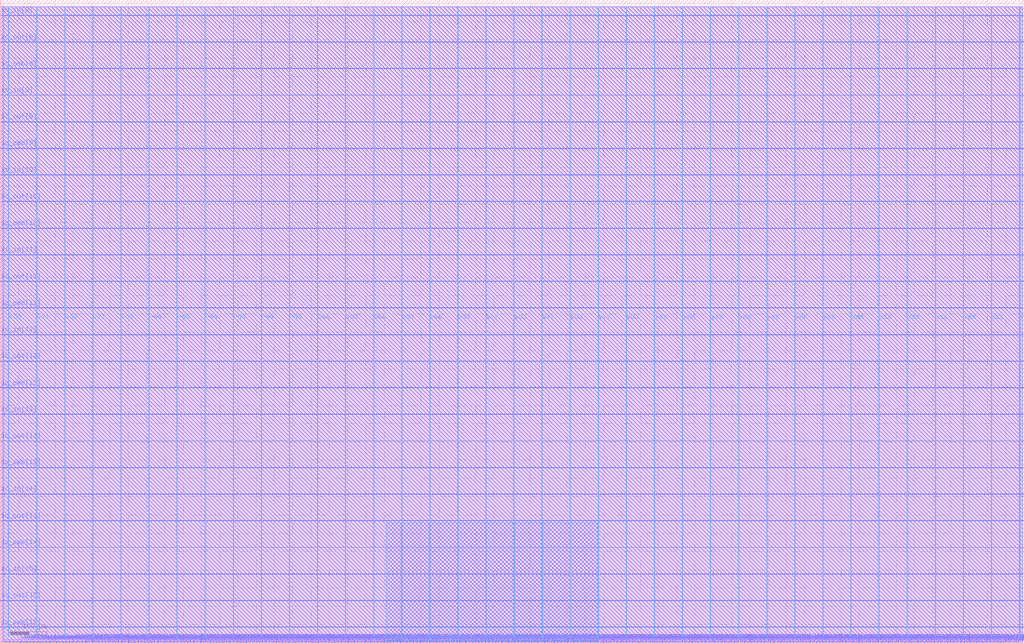
<source format=lef>
VERSION 5.7 ;
  NOWIREEXTENSIONATPIN ON ;
  DIVIDERCHAR "/" ;
  BUSBITCHARS "[]" ;
MACRO tjrpu
  CLASS BLOCK ;
  FOREIGN tjrpu ;
  ORIGIN 0.000 0.000 ;
  SIZE 2800.000 BY 1760.000 ;
  PIN io_in[0]
    DIRECTION INPUT ;
    USE SIGNAL ;
    PORT
      LAYER Metal3 ;
        RECT 2796.000 42.560 2800.000 43.120 ;
    END
  END io_in[0]
  PIN io_in[10]
    DIRECTION INPUT ;
    USE SIGNAL ;
    PORT
      LAYER Metal3 ;
        RECT 0.000 1280.160 4.000 1280.720 ;
    END
  END io_in[10]
  PIN io_in[11]
    DIRECTION INPUT ;
    USE SIGNAL ;
    PORT
      LAYER Metal3 ;
        RECT 0.000 1061.760 4.000 1062.320 ;
    END
  END io_in[11]
  PIN io_in[12]
    DIRECTION INPUT ;
    USE SIGNAL ;
    PORT
      LAYER Metal3 ;
        RECT 0.000 843.360 4.000 843.920 ;
    END
  END io_in[12]
  PIN io_in[13]
    DIRECTION INPUT ;
    USE SIGNAL ;
    PORT
      LAYER Metal3 ;
        RECT 0.000 624.960 4.000 625.520 ;
    END
  END io_in[13]
  PIN io_in[14]
    DIRECTION INPUT ;
    USE SIGNAL ;
    PORT
      LAYER Metal3 ;
        RECT 0.000 406.560 4.000 407.120 ;
    END
  END io_in[14]
  PIN io_in[15]
    DIRECTION INPUT ;
    USE SIGNAL ;
    PORT
      LAYER Metal3 ;
        RECT 0.000 188.160 4.000 188.720 ;
    END
  END io_in[15]
  PIN io_in[1]
    DIRECTION INPUT ;
    USE SIGNAL ;
    PORT
      LAYER Metal3 ;
        RECT 2796.000 260.960 2800.000 261.520 ;
    END
  END io_in[1]
  PIN io_in[2]
    DIRECTION INPUT ;
    USE SIGNAL ;
    PORT
      LAYER Metal3 ;
        RECT 2796.000 479.360 2800.000 479.920 ;
    END
  END io_in[2]
  PIN io_in[3]
    DIRECTION INPUT ;
    USE SIGNAL ;
    PORT
      LAYER Metal3 ;
        RECT 2796.000 697.760 2800.000 698.320 ;
    END
  END io_in[3]
  PIN io_in[4]
    DIRECTION INPUT ;
    USE SIGNAL ;
    PORT
      LAYER Metal3 ;
        RECT 2796.000 916.160 2800.000 916.720 ;
    END
  END io_in[4]
  PIN io_in[5]
    DIRECTION INPUT ;
    USE SIGNAL ;
    PORT
      LAYER Metal3 ;
        RECT 2796.000 1134.560 2800.000 1135.120 ;
    END
  END io_in[5]
  PIN io_in[6]
    DIRECTION INPUT ;
    USE SIGNAL ;
    PORT
      LAYER Metal3 ;
        RECT 2796.000 1352.960 2800.000 1353.520 ;
    END
  END io_in[6]
  PIN io_in[7]
    DIRECTION INPUT ;
    USE SIGNAL ;
    PORT
      LAYER Metal3 ;
        RECT 2796.000 1571.360 2800.000 1571.920 ;
    END
  END io_in[7]
  PIN io_in[8]
    DIRECTION INPUT ;
    USE SIGNAL ;
    PORT
      LAYER Metal3 ;
        RECT 0.000 1716.960 4.000 1717.520 ;
    END
  END io_in[8]
  PIN io_in[9]
    DIRECTION INPUT ;
    USE SIGNAL ;
    PORT
      LAYER Metal3 ;
        RECT 0.000 1498.560 4.000 1499.120 ;
    END
  END io_in[9]
  PIN io_oeb[0]
    DIRECTION OUTPUT TRISTATE ;
    USE SIGNAL ;
    ANTENNADIFFAREA 4.731200 ;
    PORT
      LAYER Metal3 ;
        RECT 2796.000 188.160 2800.000 188.720 ;
    END
  END io_oeb[0]
  PIN io_oeb[10]
    DIRECTION OUTPUT TRISTATE ;
    USE SIGNAL ;
    ANTENNADIFFAREA 4.731200 ;
    PORT
      LAYER Metal3 ;
        RECT 0.000 1134.560 4.000 1135.120 ;
    END
  END io_oeb[10]
  PIN io_oeb[11]
    DIRECTION OUTPUT TRISTATE ;
    USE SIGNAL ;
    ANTENNADIFFAREA 4.731200 ;
    PORT
      LAYER Metal3 ;
        RECT 0.000 916.160 4.000 916.720 ;
    END
  END io_oeb[11]
  PIN io_oeb[12]
    DIRECTION OUTPUT TRISTATE ;
    USE SIGNAL ;
    ANTENNADIFFAREA 4.731200 ;
    PORT
      LAYER Metal3 ;
        RECT 0.000 697.760 4.000 698.320 ;
    END
  END io_oeb[12]
  PIN io_oeb[13]
    DIRECTION OUTPUT TRISTATE ;
    USE SIGNAL ;
    ANTENNADIFFAREA 4.731200 ;
    PORT
      LAYER Metal3 ;
        RECT 0.000 479.360 4.000 479.920 ;
    END
  END io_oeb[13]
  PIN io_oeb[14]
    DIRECTION OUTPUT TRISTATE ;
    USE SIGNAL ;
    ANTENNADIFFAREA 4.731200 ;
    PORT
      LAYER Metal3 ;
        RECT 0.000 260.960 4.000 261.520 ;
    END
  END io_oeb[14]
  PIN io_oeb[15]
    DIRECTION OUTPUT TRISTATE ;
    USE SIGNAL ;
    ANTENNADIFFAREA 4.731200 ;
    PORT
      LAYER Metal3 ;
        RECT 0.000 42.560 4.000 43.120 ;
    END
  END io_oeb[15]
  PIN io_oeb[1]
    DIRECTION OUTPUT TRISTATE ;
    USE SIGNAL ;
    ANTENNADIFFAREA 4.731200 ;
    PORT
      LAYER Metal3 ;
        RECT 2796.000 406.560 2800.000 407.120 ;
    END
  END io_oeb[1]
  PIN io_oeb[2]
    DIRECTION OUTPUT TRISTATE ;
    USE SIGNAL ;
    ANTENNADIFFAREA 4.731200 ;
    PORT
      LAYER Metal3 ;
        RECT 2796.000 624.960 2800.000 625.520 ;
    END
  END io_oeb[2]
  PIN io_oeb[3]
    DIRECTION OUTPUT TRISTATE ;
    USE SIGNAL ;
    ANTENNADIFFAREA 4.731200 ;
    PORT
      LAYER Metal3 ;
        RECT 2796.000 843.360 2800.000 843.920 ;
    END
  END io_oeb[3]
  PIN io_oeb[4]
    DIRECTION OUTPUT TRISTATE ;
    USE SIGNAL ;
    ANTENNADIFFAREA 4.731200 ;
    PORT
      LAYER Metal3 ;
        RECT 2796.000 1061.760 2800.000 1062.320 ;
    END
  END io_oeb[4]
  PIN io_oeb[5]
    DIRECTION OUTPUT TRISTATE ;
    USE SIGNAL ;
    ANTENNADIFFAREA 4.731200 ;
    PORT
      LAYER Metal3 ;
        RECT 2796.000 1280.160 2800.000 1280.720 ;
    END
  END io_oeb[5]
  PIN io_oeb[6]
    DIRECTION OUTPUT TRISTATE ;
    USE SIGNAL ;
    ANTENNADIFFAREA 4.731200 ;
    PORT
      LAYER Metal3 ;
        RECT 2796.000 1498.560 2800.000 1499.120 ;
    END
  END io_oeb[6]
  PIN io_oeb[7]
    DIRECTION OUTPUT TRISTATE ;
    USE SIGNAL ;
    ANTENNADIFFAREA 4.731200 ;
    PORT
      LAYER Metal3 ;
        RECT 2796.000 1716.960 2800.000 1717.520 ;
    END
  END io_oeb[7]
  PIN io_oeb[8]
    DIRECTION OUTPUT TRISTATE ;
    USE SIGNAL ;
    ANTENNADIFFAREA 4.731200 ;
    PORT
      LAYER Metal3 ;
        RECT 0.000 1571.360 4.000 1571.920 ;
    END
  END io_oeb[8]
  PIN io_oeb[9]
    DIRECTION OUTPUT TRISTATE ;
    USE SIGNAL ;
    ANTENNADIFFAREA 4.731200 ;
    PORT
      LAYER Metal3 ;
        RECT 0.000 1352.960 4.000 1353.520 ;
    END
  END io_oeb[9]
  PIN io_out[0]
    DIRECTION OUTPUT TRISTATE ;
    USE SIGNAL ;
    ANTENNADIFFAREA 4.731200 ;
    PORT
      LAYER Metal3 ;
        RECT 2796.000 115.360 2800.000 115.920 ;
    END
  END io_out[0]
  PIN io_out[10]
    DIRECTION OUTPUT TRISTATE ;
    USE SIGNAL ;
    ANTENNADIFFAREA 4.731200 ;
    PORT
      LAYER Metal3 ;
        RECT 0.000 1207.360 4.000 1207.920 ;
    END
  END io_out[10]
  PIN io_out[11]
    DIRECTION OUTPUT TRISTATE ;
    USE SIGNAL ;
    ANTENNADIFFAREA 4.731200 ;
    PORT
      LAYER Metal3 ;
        RECT 0.000 988.960 4.000 989.520 ;
    END
  END io_out[11]
  PIN io_out[12]
    DIRECTION OUTPUT TRISTATE ;
    USE SIGNAL ;
    ANTENNADIFFAREA 4.731200 ;
    PORT
      LAYER Metal3 ;
        RECT 0.000 770.560 4.000 771.120 ;
    END
  END io_out[12]
  PIN io_out[13]
    DIRECTION OUTPUT TRISTATE ;
    USE SIGNAL ;
    ANTENNADIFFAREA 4.731200 ;
    PORT
      LAYER Metal3 ;
        RECT 0.000 552.160 4.000 552.720 ;
    END
  END io_out[13]
  PIN io_out[14]
    DIRECTION OUTPUT TRISTATE ;
    USE SIGNAL ;
    ANTENNADIFFAREA 4.731200 ;
    PORT
      LAYER Metal3 ;
        RECT 0.000 333.760 4.000 334.320 ;
    END
  END io_out[14]
  PIN io_out[15]
    DIRECTION OUTPUT TRISTATE ;
    USE SIGNAL ;
    ANTENNADIFFAREA 4.731200 ;
    PORT
      LAYER Metal3 ;
        RECT 0.000 115.360 4.000 115.920 ;
    END
  END io_out[15]
  PIN io_out[1]
    DIRECTION OUTPUT TRISTATE ;
    USE SIGNAL ;
    ANTENNADIFFAREA 4.731200 ;
    PORT
      LAYER Metal3 ;
        RECT 2796.000 333.760 2800.000 334.320 ;
    END
  END io_out[1]
  PIN io_out[2]
    DIRECTION OUTPUT TRISTATE ;
    USE SIGNAL ;
    ANTENNADIFFAREA 4.731200 ;
    PORT
      LAYER Metal3 ;
        RECT 2796.000 552.160 2800.000 552.720 ;
    END
  END io_out[2]
  PIN io_out[3]
    DIRECTION OUTPUT TRISTATE ;
    USE SIGNAL ;
    ANTENNADIFFAREA 4.731200 ;
    PORT
      LAYER Metal3 ;
        RECT 2796.000 770.560 2800.000 771.120 ;
    END
  END io_out[3]
  PIN io_out[4]
    DIRECTION OUTPUT TRISTATE ;
    USE SIGNAL ;
    ANTENNADIFFAREA 4.731200 ;
    PORT
      LAYER Metal3 ;
        RECT 2796.000 988.960 2800.000 989.520 ;
    END
  END io_out[4]
  PIN io_out[5]
    DIRECTION OUTPUT TRISTATE ;
    USE SIGNAL ;
    ANTENNADIFFAREA 4.731200 ;
    PORT
      LAYER Metal3 ;
        RECT 2796.000 1207.360 2800.000 1207.920 ;
    END
  END io_out[5]
  PIN io_out[6]
    DIRECTION OUTPUT TRISTATE ;
    USE SIGNAL ;
    ANTENNADIFFAREA 4.731200 ;
    PORT
      LAYER Metal3 ;
        RECT 2796.000 1425.760 2800.000 1426.320 ;
    END
  END io_out[6]
  PIN io_out[7]
    DIRECTION OUTPUT TRISTATE ;
    USE SIGNAL ;
    ANTENNADIFFAREA 4.731200 ;
    PORT
      LAYER Metal3 ;
        RECT 2796.000 1644.160 2800.000 1644.720 ;
    END
  END io_out[7]
  PIN io_out[8]
    DIRECTION OUTPUT TRISTATE ;
    USE SIGNAL ;
    ANTENNADIFFAREA 4.731200 ;
    PORT
      LAYER Metal3 ;
        RECT 0.000 1644.160 4.000 1644.720 ;
    END
  END io_out[8]
  PIN io_out[9]
    DIRECTION OUTPUT TRISTATE ;
    USE SIGNAL ;
    ANTENNADIFFAREA 4.731200 ;
    PORT
      LAYER Metal3 ;
        RECT 0.000 1425.760 4.000 1426.320 ;
    END
  END io_out[9]
  PIN irq[0]
    DIRECTION OUTPUT TRISTATE ;
    USE SIGNAL ;
    ANTENNADIFFAREA 0.360800 ;
    PORT
      LAYER Metal2 ;
        RECT 2724.960 0.000 2725.520 4.000 ;
    END
  END irq[0]
  PIN irq[1]
    DIRECTION OUTPUT TRISTATE ;
    USE SIGNAL ;
    ANTENNADIFFAREA 0.360800 ;
    PORT
      LAYER Metal2 ;
        RECT 2733.920 0.000 2734.480 4.000 ;
    END
  END irq[1]
  PIN irq[2]
    DIRECTION OUTPUT TRISTATE ;
    USE SIGNAL ;
    ANTENNADIFFAREA 0.360800 ;
    PORT
      LAYER Metal2 ;
        RECT 2742.880 0.000 2743.440 4.000 ;
    END
  END irq[2]
  PIN la_data_in[0]
    DIRECTION INPUT ;
    USE SIGNAL ;
    PORT
      LAYER Metal2 ;
        RECT 1004.640 0.000 1005.200 4.000 ;
    END
  END la_data_in[0]
  PIN la_data_in[10]
    DIRECTION INPUT ;
    USE SIGNAL ;
    PORT
      LAYER Metal2 ;
        RECT 1273.440 0.000 1274.000 4.000 ;
    END
  END la_data_in[10]
  PIN la_data_in[11]
    DIRECTION INPUT ;
    USE SIGNAL ;
    PORT
      LAYER Metal2 ;
        RECT 1300.320 0.000 1300.880 4.000 ;
    END
  END la_data_in[11]
  PIN la_data_in[12]
    DIRECTION INPUT ;
    USE SIGNAL ;
    PORT
      LAYER Metal2 ;
        RECT 1327.200 0.000 1327.760 4.000 ;
    END
  END la_data_in[12]
  PIN la_data_in[13]
    DIRECTION INPUT ;
    USE SIGNAL ;
    PORT
      LAYER Metal2 ;
        RECT 1354.080 0.000 1354.640 4.000 ;
    END
  END la_data_in[13]
  PIN la_data_in[14]
    DIRECTION INPUT ;
    USE SIGNAL ;
    PORT
      LAYER Metal2 ;
        RECT 1380.960 0.000 1381.520 4.000 ;
    END
  END la_data_in[14]
  PIN la_data_in[15]
    DIRECTION INPUT ;
    USE SIGNAL ;
    PORT
      LAYER Metal2 ;
        RECT 1407.840 0.000 1408.400 4.000 ;
    END
  END la_data_in[15]
  PIN la_data_in[16]
    DIRECTION INPUT ;
    USE SIGNAL ;
    PORT
      LAYER Metal2 ;
        RECT 1434.720 0.000 1435.280 4.000 ;
    END
  END la_data_in[16]
  PIN la_data_in[17]
    DIRECTION INPUT ;
    USE SIGNAL ;
    PORT
      LAYER Metal2 ;
        RECT 1461.600 0.000 1462.160 4.000 ;
    END
  END la_data_in[17]
  PIN la_data_in[18]
    DIRECTION INPUT ;
    USE SIGNAL ;
    PORT
      LAYER Metal2 ;
        RECT 1488.480 0.000 1489.040 4.000 ;
    END
  END la_data_in[18]
  PIN la_data_in[19]
    DIRECTION INPUT ;
    USE SIGNAL ;
    PORT
      LAYER Metal2 ;
        RECT 1515.360 0.000 1515.920 4.000 ;
    END
  END la_data_in[19]
  PIN la_data_in[1]
    DIRECTION INPUT ;
    USE SIGNAL ;
    PORT
      LAYER Metal2 ;
        RECT 1031.520 0.000 1032.080 4.000 ;
    END
  END la_data_in[1]
  PIN la_data_in[20]
    DIRECTION INPUT ;
    USE SIGNAL ;
    PORT
      LAYER Metal2 ;
        RECT 1542.240 0.000 1542.800 4.000 ;
    END
  END la_data_in[20]
  PIN la_data_in[21]
    DIRECTION INPUT ;
    USE SIGNAL ;
    PORT
      LAYER Metal2 ;
        RECT 1569.120 0.000 1569.680 4.000 ;
    END
  END la_data_in[21]
  PIN la_data_in[22]
    DIRECTION INPUT ;
    USE SIGNAL ;
    PORT
      LAYER Metal2 ;
        RECT 1596.000 0.000 1596.560 4.000 ;
    END
  END la_data_in[22]
  PIN la_data_in[23]
    DIRECTION INPUT ;
    USE SIGNAL ;
    PORT
      LAYER Metal2 ;
        RECT 1622.880 0.000 1623.440 4.000 ;
    END
  END la_data_in[23]
  PIN la_data_in[24]
    DIRECTION INPUT ;
    USE SIGNAL ;
    PORT
      LAYER Metal2 ;
        RECT 1649.760 0.000 1650.320 4.000 ;
    END
  END la_data_in[24]
  PIN la_data_in[25]
    DIRECTION INPUT ;
    USE SIGNAL ;
    PORT
      LAYER Metal2 ;
        RECT 1676.640 0.000 1677.200 4.000 ;
    END
  END la_data_in[25]
  PIN la_data_in[26]
    DIRECTION INPUT ;
    USE SIGNAL ;
    PORT
      LAYER Metal2 ;
        RECT 1703.520 0.000 1704.080 4.000 ;
    END
  END la_data_in[26]
  PIN la_data_in[27]
    DIRECTION INPUT ;
    USE SIGNAL ;
    PORT
      LAYER Metal2 ;
        RECT 1730.400 0.000 1730.960 4.000 ;
    END
  END la_data_in[27]
  PIN la_data_in[28]
    DIRECTION INPUT ;
    USE SIGNAL ;
    PORT
      LAYER Metal2 ;
        RECT 1757.280 0.000 1757.840 4.000 ;
    END
  END la_data_in[28]
  PIN la_data_in[29]
    DIRECTION INPUT ;
    USE SIGNAL ;
    PORT
      LAYER Metal2 ;
        RECT 1784.160 0.000 1784.720 4.000 ;
    END
  END la_data_in[29]
  PIN la_data_in[2]
    DIRECTION INPUT ;
    USE SIGNAL ;
    PORT
      LAYER Metal2 ;
        RECT 1058.400 0.000 1058.960 4.000 ;
    END
  END la_data_in[2]
  PIN la_data_in[30]
    DIRECTION INPUT ;
    USE SIGNAL ;
    PORT
      LAYER Metal2 ;
        RECT 1811.040 0.000 1811.600 4.000 ;
    END
  END la_data_in[30]
  PIN la_data_in[31]
    DIRECTION INPUT ;
    USE SIGNAL ;
    PORT
      LAYER Metal2 ;
        RECT 1837.920 0.000 1838.480 4.000 ;
    END
  END la_data_in[31]
  PIN la_data_in[32]
    DIRECTION INPUT ;
    USE SIGNAL ;
    PORT
      LAYER Metal2 ;
        RECT 1864.800 0.000 1865.360 4.000 ;
    END
  END la_data_in[32]
  PIN la_data_in[33]
    DIRECTION INPUT ;
    USE SIGNAL ;
    PORT
      LAYER Metal2 ;
        RECT 1891.680 0.000 1892.240 4.000 ;
    END
  END la_data_in[33]
  PIN la_data_in[34]
    DIRECTION INPUT ;
    USE SIGNAL ;
    PORT
      LAYER Metal2 ;
        RECT 1918.560 0.000 1919.120 4.000 ;
    END
  END la_data_in[34]
  PIN la_data_in[35]
    DIRECTION INPUT ;
    USE SIGNAL ;
    PORT
      LAYER Metal2 ;
        RECT 1945.440 0.000 1946.000 4.000 ;
    END
  END la_data_in[35]
  PIN la_data_in[36]
    DIRECTION INPUT ;
    USE SIGNAL ;
    PORT
      LAYER Metal2 ;
        RECT 1972.320 0.000 1972.880 4.000 ;
    END
  END la_data_in[36]
  PIN la_data_in[37]
    DIRECTION INPUT ;
    USE SIGNAL ;
    PORT
      LAYER Metal2 ;
        RECT 1999.200 0.000 1999.760 4.000 ;
    END
  END la_data_in[37]
  PIN la_data_in[38]
    DIRECTION INPUT ;
    USE SIGNAL ;
    PORT
      LAYER Metal2 ;
        RECT 2026.080 0.000 2026.640 4.000 ;
    END
  END la_data_in[38]
  PIN la_data_in[39]
    DIRECTION INPUT ;
    USE SIGNAL ;
    PORT
      LAYER Metal2 ;
        RECT 2052.960 0.000 2053.520 4.000 ;
    END
  END la_data_in[39]
  PIN la_data_in[3]
    DIRECTION INPUT ;
    USE SIGNAL ;
    PORT
      LAYER Metal2 ;
        RECT 1085.280 0.000 1085.840 4.000 ;
    END
  END la_data_in[3]
  PIN la_data_in[40]
    DIRECTION INPUT ;
    USE SIGNAL ;
    PORT
      LAYER Metal2 ;
        RECT 2079.840 0.000 2080.400 4.000 ;
    END
  END la_data_in[40]
  PIN la_data_in[41]
    DIRECTION INPUT ;
    USE SIGNAL ;
    PORT
      LAYER Metal2 ;
        RECT 2106.720 0.000 2107.280 4.000 ;
    END
  END la_data_in[41]
  PIN la_data_in[42]
    DIRECTION INPUT ;
    USE SIGNAL ;
    PORT
      LAYER Metal2 ;
        RECT 2133.600 0.000 2134.160 4.000 ;
    END
  END la_data_in[42]
  PIN la_data_in[43]
    DIRECTION INPUT ;
    USE SIGNAL ;
    PORT
      LAYER Metal2 ;
        RECT 2160.480 0.000 2161.040 4.000 ;
    END
  END la_data_in[43]
  PIN la_data_in[44]
    DIRECTION INPUT ;
    USE SIGNAL ;
    PORT
      LAYER Metal2 ;
        RECT 2187.360 0.000 2187.920 4.000 ;
    END
  END la_data_in[44]
  PIN la_data_in[45]
    DIRECTION INPUT ;
    USE SIGNAL ;
    PORT
      LAYER Metal2 ;
        RECT 2214.240 0.000 2214.800 4.000 ;
    END
  END la_data_in[45]
  PIN la_data_in[46]
    DIRECTION INPUT ;
    USE SIGNAL ;
    ANTENNAGATEAREA 0.396000 ;
    ANTENNADIFFAREA 0.410400 ;
    PORT
      LAYER Metal2 ;
        RECT 2241.120 0.000 2241.680 4.000 ;
    END
  END la_data_in[46]
  PIN la_data_in[47]
    DIRECTION INPUT ;
    USE SIGNAL ;
    ANTENNAGATEAREA 0.396000 ;
    ANTENNADIFFAREA 0.410400 ;
    PORT
      LAYER Metal2 ;
        RECT 2268.000 0.000 2268.560 4.000 ;
    END
  END la_data_in[47]
  PIN la_data_in[48]
    DIRECTION INPUT ;
    USE SIGNAL ;
    ANTENNAGATEAREA 0.396000 ;
    ANTENNADIFFAREA 0.410400 ;
    PORT
      LAYER Metal2 ;
        RECT 2294.880 0.000 2295.440 4.000 ;
    END
  END la_data_in[48]
  PIN la_data_in[49]
    DIRECTION INPUT ;
    USE SIGNAL ;
    ANTENNAGATEAREA 0.396000 ;
    ANTENNADIFFAREA 0.410400 ;
    PORT
      LAYER Metal2 ;
        RECT 2321.760 0.000 2322.320 4.000 ;
    END
  END la_data_in[49]
  PIN la_data_in[4]
    DIRECTION INPUT ;
    USE SIGNAL ;
    PORT
      LAYER Metal2 ;
        RECT 1112.160 0.000 1112.720 4.000 ;
    END
  END la_data_in[4]
  PIN la_data_in[50]
    DIRECTION INPUT ;
    USE SIGNAL ;
    ANTENNAGATEAREA 0.396000 ;
    ANTENNADIFFAREA 0.410400 ;
    PORT
      LAYER Metal2 ;
        RECT 2348.640 0.000 2349.200 4.000 ;
    END
  END la_data_in[50]
  PIN la_data_in[51]
    DIRECTION INPUT ;
    USE SIGNAL ;
    ANTENNAGATEAREA 0.396000 ;
    ANTENNADIFFAREA 0.410400 ;
    PORT
      LAYER Metal2 ;
        RECT 2375.520 0.000 2376.080 4.000 ;
    END
  END la_data_in[51]
  PIN la_data_in[52]
    DIRECTION INPUT ;
    USE SIGNAL ;
    ANTENNAGATEAREA 0.396000 ;
    ANTENNADIFFAREA 0.410400 ;
    PORT
      LAYER Metal2 ;
        RECT 2402.400 0.000 2402.960 4.000 ;
    END
  END la_data_in[52]
  PIN la_data_in[53]
    DIRECTION INPUT ;
    USE SIGNAL ;
    ANTENNAGATEAREA 0.396000 ;
    ANTENNADIFFAREA 0.410400 ;
    PORT
      LAYER Metal2 ;
        RECT 2429.280 0.000 2429.840 4.000 ;
    END
  END la_data_in[53]
  PIN la_data_in[54]
    DIRECTION INPUT ;
    USE SIGNAL ;
    ANTENNAGATEAREA 0.396000 ;
    ANTENNADIFFAREA 0.410400 ;
    PORT
      LAYER Metal2 ;
        RECT 2456.160 0.000 2456.720 4.000 ;
    END
  END la_data_in[54]
  PIN la_data_in[55]
    DIRECTION INPUT ;
    USE SIGNAL ;
    ANTENNAGATEAREA 0.396000 ;
    ANTENNADIFFAREA 0.410400 ;
    PORT
      LAYER Metal2 ;
        RECT 2483.040 0.000 2483.600 4.000 ;
    END
  END la_data_in[55]
  PIN la_data_in[56]
    DIRECTION INPUT ;
    USE SIGNAL ;
    ANTENNAGATEAREA 0.396000 ;
    ANTENNADIFFAREA 0.410400 ;
    PORT
      LAYER Metal2 ;
        RECT 2509.920 0.000 2510.480 4.000 ;
    END
  END la_data_in[56]
  PIN la_data_in[57]
    DIRECTION INPUT ;
    USE SIGNAL ;
    ANTENNAGATEAREA 0.396000 ;
    ANTENNADIFFAREA 0.410400 ;
    PORT
      LAYER Metal2 ;
        RECT 2536.800 0.000 2537.360 4.000 ;
    END
  END la_data_in[57]
  PIN la_data_in[58]
    DIRECTION INPUT ;
    USE SIGNAL ;
    ANTENNAGATEAREA 0.396000 ;
    ANTENNADIFFAREA 0.410400 ;
    PORT
      LAYER Metal2 ;
        RECT 2563.680 0.000 2564.240 4.000 ;
    END
  END la_data_in[58]
  PIN la_data_in[59]
    DIRECTION INPUT ;
    USE SIGNAL ;
    ANTENNAGATEAREA 0.396000 ;
    ANTENNADIFFAREA 0.410400 ;
    PORT
      LAYER Metal2 ;
        RECT 2590.560 0.000 2591.120 4.000 ;
    END
  END la_data_in[59]
  PIN la_data_in[5]
    DIRECTION INPUT ;
    USE SIGNAL ;
    PORT
      LAYER Metal2 ;
        RECT 1139.040 0.000 1139.600 4.000 ;
    END
  END la_data_in[5]
  PIN la_data_in[60]
    DIRECTION INPUT ;
    USE SIGNAL ;
    ANTENNAGATEAREA 0.396000 ;
    ANTENNADIFFAREA 0.410400 ;
    PORT
      LAYER Metal2 ;
        RECT 2617.440 0.000 2618.000 4.000 ;
    END
  END la_data_in[60]
  PIN la_data_in[61]
    DIRECTION INPUT ;
    USE SIGNAL ;
    ANTENNAGATEAREA 0.396000 ;
    ANTENNADIFFAREA 0.410400 ;
    PORT
      LAYER Metal2 ;
        RECT 2644.320 0.000 2644.880 4.000 ;
    END
  END la_data_in[61]
  PIN la_data_in[62]
    DIRECTION INPUT ;
    USE SIGNAL ;
    ANTENNAGATEAREA 2.204000 ;
    ANTENNADIFFAREA 0.410400 ;
    PORT
      LAYER Metal2 ;
        RECT 2671.200 0.000 2671.760 4.000 ;
    END
  END la_data_in[62]
  PIN la_data_in[63]
    DIRECTION INPUT ;
    USE SIGNAL ;
    ANTENNAGATEAREA 0.396000 ;
    ANTENNADIFFAREA 0.410400 ;
    PORT
      LAYER Metal2 ;
        RECT 2698.080 0.000 2698.640 4.000 ;
    END
  END la_data_in[63]
  PIN la_data_in[6]
    DIRECTION INPUT ;
    USE SIGNAL ;
    PORT
      LAYER Metal2 ;
        RECT 1165.920 0.000 1166.480 4.000 ;
    END
  END la_data_in[6]
  PIN la_data_in[7]
    DIRECTION INPUT ;
    USE SIGNAL ;
    PORT
      LAYER Metal2 ;
        RECT 1192.800 0.000 1193.360 4.000 ;
    END
  END la_data_in[7]
  PIN la_data_in[8]
    DIRECTION INPUT ;
    USE SIGNAL ;
    PORT
      LAYER Metal2 ;
        RECT 1219.680 0.000 1220.240 4.000 ;
    END
  END la_data_in[8]
  PIN la_data_in[9]
    DIRECTION INPUT ;
    USE SIGNAL ;
    PORT
      LAYER Metal2 ;
        RECT 1246.560 0.000 1247.120 4.000 ;
    END
  END la_data_in[9]
  PIN la_data_out[0]
    DIRECTION OUTPUT TRISTATE ;
    USE SIGNAL ;
    ANTENNADIFFAREA 4.731200 ;
    PORT
      LAYER Metal2 ;
        RECT 1013.600 0.000 1014.160 4.000 ;
    END
  END la_data_out[0]
  PIN la_data_out[10]
    DIRECTION OUTPUT TRISTATE ;
    USE SIGNAL ;
    ANTENNADIFFAREA 4.731200 ;
    PORT
      LAYER Metal2 ;
        RECT 1282.400 0.000 1282.960 4.000 ;
    END
  END la_data_out[10]
  PIN la_data_out[11]
    DIRECTION OUTPUT TRISTATE ;
    USE SIGNAL ;
    ANTENNADIFFAREA 4.731200 ;
    PORT
      LAYER Metal2 ;
        RECT 1309.280 0.000 1309.840 4.000 ;
    END
  END la_data_out[11]
  PIN la_data_out[12]
    DIRECTION OUTPUT TRISTATE ;
    USE SIGNAL ;
    ANTENNADIFFAREA 4.731200 ;
    PORT
      LAYER Metal2 ;
        RECT 1336.160 0.000 1336.720 4.000 ;
    END
  END la_data_out[12]
  PIN la_data_out[13]
    DIRECTION OUTPUT TRISTATE ;
    USE SIGNAL ;
    ANTENNADIFFAREA 4.731200 ;
    PORT
      LAYER Metal2 ;
        RECT 1363.040 0.000 1363.600 4.000 ;
    END
  END la_data_out[13]
  PIN la_data_out[14]
    DIRECTION OUTPUT TRISTATE ;
    USE SIGNAL ;
    ANTENNADIFFAREA 4.731200 ;
    PORT
      LAYER Metal2 ;
        RECT 1389.920 0.000 1390.480 4.000 ;
    END
  END la_data_out[14]
  PIN la_data_out[15]
    DIRECTION OUTPUT TRISTATE ;
    USE SIGNAL ;
    ANTENNADIFFAREA 4.731200 ;
    PORT
      LAYER Metal2 ;
        RECT 1416.800 0.000 1417.360 4.000 ;
    END
  END la_data_out[15]
  PIN la_data_out[16]
    DIRECTION OUTPUT TRISTATE ;
    USE SIGNAL ;
    ANTENNADIFFAREA 0.360800 ;
    PORT
      LAYER Metal2 ;
        RECT 1443.680 0.000 1444.240 4.000 ;
    END
  END la_data_out[16]
  PIN la_data_out[17]
    DIRECTION OUTPUT TRISTATE ;
    USE SIGNAL ;
    ANTENNADIFFAREA 0.360800 ;
    PORT
      LAYER Metal2 ;
        RECT 1470.560 0.000 1471.120 4.000 ;
    END
  END la_data_out[17]
  PIN la_data_out[18]
    DIRECTION OUTPUT TRISTATE ;
    USE SIGNAL ;
    ANTENNADIFFAREA 0.360800 ;
    PORT
      LAYER Metal2 ;
        RECT 1497.440 0.000 1498.000 4.000 ;
    END
  END la_data_out[18]
  PIN la_data_out[19]
    DIRECTION OUTPUT TRISTATE ;
    USE SIGNAL ;
    ANTENNADIFFAREA 0.360800 ;
    PORT
      LAYER Metal2 ;
        RECT 1524.320 0.000 1524.880 4.000 ;
    END
  END la_data_out[19]
  PIN la_data_out[1]
    DIRECTION OUTPUT TRISTATE ;
    USE SIGNAL ;
    ANTENNADIFFAREA 4.731200 ;
    PORT
      LAYER Metal2 ;
        RECT 1040.480 0.000 1041.040 4.000 ;
    END
  END la_data_out[1]
  PIN la_data_out[20]
    DIRECTION OUTPUT TRISTATE ;
    USE SIGNAL ;
    ANTENNADIFFAREA 0.360800 ;
    PORT
      LAYER Metal2 ;
        RECT 1551.200 0.000 1551.760 4.000 ;
    END
  END la_data_out[20]
  PIN la_data_out[21]
    DIRECTION OUTPUT TRISTATE ;
    USE SIGNAL ;
    ANTENNADIFFAREA 0.360800 ;
    PORT
      LAYER Metal2 ;
        RECT 1578.080 0.000 1578.640 4.000 ;
    END
  END la_data_out[21]
  PIN la_data_out[22]
    DIRECTION OUTPUT TRISTATE ;
    USE SIGNAL ;
    ANTENNADIFFAREA 0.360800 ;
    PORT
      LAYER Metal2 ;
        RECT 1604.960 0.000 1605.520 4.000 ;
    END
  END la_data_out[22]
  PIN la_data_out[23]
    DIRECTION OUTPUT TRISTATE ;
    USE SIGNAL ;
    ANTENNADIFFAREA 0.360800 ;
    PORT
      LAYER Metal2 ;
        RECT 1631.840 0.000 1632.400 4.000 ;
    END
  END la_data_out[23]
  PIN la_data_out[24]
    DIRECTION OUTPUT TRISTATE ;
    USE SIGNAL ;
    ANTENNADIFFAREA 0.360800 ;
    PORT
      LAYER Metal2 ;
        RECT 1658.720 0.000 1659.280 4.000 ;
    END
  END la_data_out[24]
  PIN la_data_out[25]
    DIRECTION OUTPUT TRISTATE ;
    USE SIGNAL ;
    ANTENNADIFFAREA 0.360800 ;
    PORT
      LAYER Metal2 ;
        RECT 1685.600 0.000 1686.160 4.000 ;
    END
  END la_data_out[25]
  PIN la_data_out[26]
    DIRECTION OUTPUT TRISTATE ;
    USE SIGNAL ;
    ANTENNADIFFAREA 0.360800 ;
    PORT
      LAYER Metal2 ;
        RECT 1712.480 0.000 1713.040 4.000 ;
    END
  END la_data_out[26]
  PIN la_data_out[27]
    DIRECTION OUTPUT TRISTATE ;
    USE SIGNAL ;
    ANTENNADIFFAREA 0.360800 ;
    PORT
      LAYER Metal2 ;
        RECT 1739.360 0.000 1739.920 4.000 ;
    END
  END la_data_out[27]
  PIN la_data_out[28]
    DIRECTION OUTPUT TRISTATE ;
    USE SIGNAL ;
    ANTENNADIFFAREA 0.360800 ;
    PORT
      LAYER Metal2 ;
        RECT 1766.240 0.000 1766.800 4.000 ;
    END
  END la_data_out[28]
  PIN la_data_out[29]
    DIRECTION OUTPUT TRISTATE ;
    USE SIGNAL ;
    ANTENNADIFFAREA 0.360800 ;
    PORT
      LAYER Metal2 ;
        RECT 1793.120 0.000 1793.680 4.000 ;
    END
  END la_data_out[29]
  PIN la_data_out[2]
    DIRECTION OUTPUT TRISTATE ;
    USE SIGNAL ;
    ANTENNADIFFAREA 4.731200 ;
    PORT
      LAYER Metal2 ;
        RECT 1067.360 0.000 1067.920 4.000 ;
    END
  END la_data_out[2]
  PIN la_data_out[30]
    DIRECTION OUTPUT TRISTATE ;
    USE SIGNAL ;
    ANTENNADIFFAREA 0.360800 ;
    PORT
      LAYER Metal2 ;
        RECT 1820.000 0.000 1820.560 4.000 ;
    END
  END la_data_out[30]
  PIN la_data_out[31]
    DIRECTION OUTPUT TRISTATE ;
    USE SIGNAL ;
    ANTENNADIFFAREA 0.360800 ;
    PORT
      LAYER Metal2 ;
        RECT 1846.880 0.000 1847.440 4.000 ;
    END
  END la_data_out[31]
  PIN la_data_out[32]
    DIRECTION OUTPUT TRISTATE ;
    USE SIGNAL ;
    ANTENNADIFFAREA 0.360800 ;
    PORT
      LAYER Metal2 ;
        RECT 1873.760 0.000 1874.320 4.000 ;
    END
  END la_data_out[32]
  PIN la_data_out[33]
    DIRECTION OUTPUT TRISTATE ;
    USE SIGNAL ;
    ANTENNADIFFAREA 0.360800 ;
    PORT
      LAYER Metal2 ;
        RECT 1900.640 0.000 1901.200 4.000 ;
    END
  END la_data_out[33]
  PIN la_data_out[34]
    DIRECTION OUTPUT TRISTATE ;
    USE SIGNAL ;
    ANTENNADIFFAREA 0.360800 ;
    PORT
      LAYER Metal2 ;
        RECT 1927.520 0.000 1928.080 4.000 ;
    END
  END la_data_out[34]
  PIN la_data_out[35]
    DIRECTION OUTPUT TRISTATE ;
    USE SIGNAL ;
    ANTENNADIFFAREA 0.360800 ;
    PORT
      LAYER Metal2 ;
        RECT 1954.400 0.000 1954.960 4.000 ;
    END
  END la_data_out[35]
  PIN la_data_out[36]
    DIRECTION OUTPUT TRISTATE ;
    USE SIGNAL ;
    ANTENNADIFFAREA 0.360800 ;
    PORT
      LAYER Metal2 ;
        RECT 1981.280 0.000 1981.840 4.000 ;
    END
  END la_data_out[36]
  PIN la_data_out[37]
    DIRECTION OUTPUT TRISTATE ;
    USE SIGNAL ;
    ANTENNADIFFAREA 0.360800 ;
    PORT
      LAYER Metal2 ;
        RECT 2008.160 0.000 2008.720 4.000 ;
    END
  END la_data_out[37]
  PIN la_data_out[38]
    DIRECTION OUTPUT TRISTATE ;
    USE SIGNAL ;
    ANTENNADIFFAREA 0.360800 ;
    PORT
      LAYER Metal2 ;
        RECT 2035.040 0.000 2035.600 4.000 ;
    END
  END la_data_out[38]
  PIN la_data_out[39]
    DIRECTION OUTPUT TRISTATE ;
    USE SIGNAL ;
    ANTENNADIFFAREA 0.360800 ;
    PORT
      LAYER Metal2 ;
        RECT 2061.920 0.000 2062.480 4.000 ;
    END
  END la_data_out[39]
  PIN la_data_out[3]
    DIRECTION OUTPUT TRISTATE ;
    USE SIGNAL ;
    ANTENNADIFFAREA 4.731200 ;
    PORT
      LAYER Metal2 ;
        RECT 1094.240 0.000 1094.800 4.000 ;
    END
  END la_data_out[3]
  PIN la_data_out[40]
    DIRECTION OUTPUT TRISTATE ;
    USE SIGNAL ;
    ANTENNADIFFAREA 0.360800 ;
    PORT
      LAYER Metal2 ;
        RECT 2088.800 0.000 2089.360 4.000 ;
    END
  END la_data_out[40]
  PIN la_data_out[41]
    DIRECTION OUTPUT TRISTATE ;
    USE SIGNAL ;
    ANTENNADIFFAREA 0.360800 ;
    PORT
      LAYER Metal2 ;
        RECT 2115.680 0.000 2116.240 4.000 ;
    END
  END la_data_out[41]
  PIN la_data_out[42]
    DIRECTION OUTPUT TRISTATE ;
    USE SIGNAL ;
    ANTENNADIFFAREA 0.360800 ;
    PORT
      LAYER Metal2 ;
        RECT 2142.560 0.000 2143.120 4.000 ;
    END
  END la_data_out[42]
  PIN la_data_out[43]
    DIRECTION OUTPUT TRISTATE ;
    USE SIGNAL ;
    ANTENNADIFFAREA 0.360800 ;
    PORT
      LAYER Metal2 ;
        RECT 2169.440 0.000 2170.000 4.000 ;
    END
  END la_data_out[43]
  PIN la_data_out[44]
    DIRECTION OUTPUT TRISTATE ;
    USE SIGNAL ;
    ANTENNADIFFAREA 0.360800 ;
    PORT
      LAYER Metal2 ;
        RECT 2196.320 0.000 2196.880 4.000 ;
    END
  END la_data_out[44]
  PIN la_data_out[45]
    DIRECTION OUTPUT TRISTATE ;
    USE SIGNAL ;
    ANTENNADIFFAREA 0.360800 ;
    PORT
      LAYER Metal2 ;
        RECT 2223.200 0.000 2223.760 4.000 ;
    END
  END la_data_out[45]
  PIN la_data_out[46]
    DIRECTION OUTPUT TRISTATE ;
    USE SIGNAL ;
    ANTENNADIFFAREA 0.360800 ;
    PORT
      LAYER Metal2 ;
        RECT 2250.080 0.000 2250.640 4.000 ;
    END
  END la_data_out[46]
  PIN la_data_out[47]
    DIRECTION OUTPUT TRISTATE ;
    USE SIGNAL ;
    ANTENNADIFFAREA 0.360800 ;
    PORT
      LAYER Metal2 ;
        RECT 2276.960 0.000 2277.520 4.000 ;
    END
  END la_data_out[47]
  PIN la_data_out[48]
    DIRECTION OUTPUT TRISTATE ;
    USE SIGNAL ;
    ANTENNADIFFAREA 0.360800 ;
    PORT
      LAYER Metal2 ;
        RECT 2303.840 0.000 2304.400 4.000 ;
    END
  END la_data_out[48]
  PIN la_data_out[49]
    DIRECTION OUTPUT TRISTATE ;
    USE SIGNAL ;
    ANTENNADIFFAREA 0.360800 ;
    PORT
      LAYER Metal2 ;
        RECT 2330.720 0.000 2331.280 4.000 ;
    END
  END la_data_out[49]
  PIN la_data_out[4]
    DIRECTION OUTPUT TRISTATE ;
    USE SIGNAL ;
    ANTENNADIFFAREA 4.731200 ;
    PORT
      LAYER Metal2 ;
        RECT 1121.120 0.000 1121.680 4.000 ;
    END
  END la_data_out[4]
  PIN la_data_out[50]
    DIRECTION OUTPUT TRISTATE ;
    USE SIGNAL ;
    ANTENNADIFFAREA 0.360800 ;
    PORT
      LAYER Metal2 ;
        RECT 2357.600 0.000 2358.160 4.000 ;
    END
  END la_data_out[50]
  PIN la_data_out[51]
    DIRECTION OUTPUT TRISTATE ;
    USE SIGNAL ;
    ANTENNADIFFAREA 0.360800 ;
    PORT
      LAYER Metal2 ;
        RECT 2384.480 0.000 2385.040 4.000 ;
    END
  END la_data_out[51]
  PIN la_data_out[52]
    DIRECTION OUTPUT TRISTATE ;
    USE SIGNAL ;
    ANTENNADIFFAREA 0.360800 ;
    PORT
      LAYER Metal2 ;
        RECT 2411.360 0.000 2411.920 4.000 ;
    END
  END la_data_out[52]
  PIN la_data_out[53]
    DIRECTION OUTPUT TRISTATE ;
    USE SIGNAL ;
    ANTENNADIFFAREA 0.360800 ;
    PORT
      LAYER Metal2 ;
        RECT 2438.240 0.000 2438.800 4.000 ;
    END
  END la_data_out[53]
  PIN la_data_out[54]
    DIRECTION OUTPUT TRISTATE ;
    USE SIGNAL ;
    ANTENNADIFFAREA 0.360800 ;
    PORT
      LAYER Metal2 ;
        RECT 2465.120 0.000 2465.680 4.000 ;
    END
  END la_data_out[54]
  PIN la_data_out[55]
    DIRECTION OUTPUT TRISTATE ;
    USE SIGNAL ;
    ANTENNADIFFAREA 0.360800 ;
    PORT
      LAYER Metal2 ;
        RECT 2492.000 0.000 2492.560 4.000 ;
    END
  END la_data_out[55]
  PIN la_data_out[56]
    DIRECTION OUTPUT TRISTATE ;
    USE SIGNAL ;
    ANTENNADIFFAREA 0.360800 ;
    PORT
      LAYER Metal2 ;
        RECT 2518.880 0.000 2519.440 4.000 ;
    END
  END la_data_out[56]
  PIN la_data_out[57]
    DIRECTION OUTPUT TRISTATE ;
    USE SIGNAL ;
    ANTENNADIFFAREA 0.360800 ;
    PORT
      LAYER Metal2 ;
        RECT 2545.760 0.000 2546.320 4.000 ;
    END
  END la_data_out[57]
  PIN la_data_out[58]
    DIRECTION OUTPUT TRISTATE ;
    USE SIGNAL ;
    ANTENNADIFFAREA 0.360800 ;
    PORT
      LAYER Metal2 ;
        RECT 2572.640 0.000 2573.200 4.000 ;
    END
  END la_data_out[58]
  PIN la_data_out[59]
    DIRECTION OUTPUT TRISTATE ;
    USE SIGNAL ;
    ANTENNADIFFAREA 0.360800 ;
    PORT
      LAYER Metal2 ;
        RECT 2599.520 0.000 2600.080 4.000 ;
    END
  END la_data_out[59]
  PIN la_data_out[5]
    DIRECTION OUTPUT TRISTATE ;
    USE SIGNAL ;
    ANTENNADIFFAREA 4.731200 ;
    PORT
      LAYER Metal2 ;
        RECT 1148.000 0.000 1148.560 4.000 ;
    END
  END la_data_out[5]
  PIN la_data_out[60]
    DIRECTION OUTPUT TRISTATE ;
    USE SIGNAL ;
    ANTENNADIFFAREA 0.360800 ;
    PORT
      LAYER Metal2 ;
        RECT 2626.400 0.000 2626.960 4.000 ;
    END
  END la_data_out[60]
  PIN la_data_out[61]
    DIRECTION OUTPUT TRISTATE ;
    USE SIGNAL ;
    ANTENNADIFFAREA 0.360800 ;
    PORT
      LAYER Metal2 ;
        RECT 2653.280 0.000 2653.840 4.000 ;
    END
  END la_data_out[61]
  PIN la_data_out[62]
    DIRECTION OUTPUT TRISTATE ;
    USE SIGNAL ;
    ANTENNADIFFAREA 0.360800 ;
    PORT
      LAYER Metal2 ;
        RECT 2680.160 0.000 2680.720 4.000 ;
    END
  END la_data_out[62]
  PIN la_data_out[63]
    DIRECTION OUTPUT TRISTATE ;
    USE SIGNAL ;
    ANTENNADIFFAREA 0.360800 ;
    PORT
      LAYER Metal2 ;
        RECT 2707.040 0.000 2707.600 4.000 ;
    END
  END la_data_out[63]
  PIN la_data_out[6]
    DIRECTION OUTPUT TRISTATE ;
    USE SIGNAL ;
    ANTENNADIFFAREA 4.731200 ;
    PORT
      LAYER Metal2 ;
        RECT 1174.880 0.000 1175.440 4.000 ;
    END
  END la_data_out[6]
  PIN la_data_out[7]
    DIRECTION OUTPUT TRISTATE ;
    USE SIGNAL ;
    ANTENNADIFFAREA 4.731200 ;
    PORT
      LAYER Metal2 ;
        RECT 1201.760 0.000 1202.320 4.000 ;
    END
  END la_data_out[7]
  PIN la_data_out[8]
    DIRECTION OUTPUT TRISTATE ;
    USE SIGNAL ;
    ANTENNADIFFAREA 4.731200 ;
    PORT
      LAYER Metal2 ;
        RECT 1228.640 0.000 1229.200 4.000 ;
    END
  END la_data_out[8]
  PIN la_data_out[9]
    DIRECTION OUTPUT TRISTATE ;
    USE SIGNAL ;
    ANTENNADIFFAREA 4.731200 ;
    PORT
      LAYER Metal2 ;
        RECT 1255.520 0.000 1256.080 4.000 ;
    END
  END la_data_out[9]
  PIN la_oenb[0]
    DIRECTION INPUT ;
    USE SIGNAL ;
    PORT
      LAYER Metal2 ;
        RECT 1022.560 0.000 1023.120 4.000 ;
    END
  END la_oenb[0]
  PIN la_oenb[10]
    DIRECTION INPUT ;
    USE SIGNAL ;
    PORT
      LAYER Metal2 ;
        RECT 1291.360 0.000 1291.920 4.000 ;
    END
  END la_oenb[10]
  PIN la_oenb[11]
    DIRECTION INPUT ;
    USE SIGNAL ;
    PORT
      LAYER Metal2 ;
        RECT 1318.240 0.000 1318.800 4.000 ;
    END
  END la_oenb[11]
  PIN la_oenb[12]
    DIRECTION INPUT ;
    USE SIGNAL ;
    PORT
      LAYER Metal2 ;
        RECT 1345.120 0.000 1345.680 4.000 ;
    END
  END la_oenb[12]
  PIN la_oenb[13]
    DIRECTION INPUT ;
    USE SIGNAL ;
    PORT
      LAYER Metal2 ;
        RECT 1372.000 0.000 1372.560 4.000 ;
    END
  END la_oenb[13]
  PIN la_oenb[14]
    DIRECTION INPUT ;
    USE SIGNAL ;
    PORT
      LAYER Metal2 ;
        RECT 1398.880 0.000 1399.440 4.000 ;
    END
  END la_oenb[14]
  PIN la_oenb[15]
    DIRECTION INPUT ;
    USE SIGNAL ;
    PORT
      LAYER Metal2 ;
        RECT 1425.760 0.000 1426.320 4.000 ;
    END
  END la_oenb[15]
  PIN la_oenb[16]
    DIRECTION INPUT ;
    USE SIGNAL ;
    PORT
      LAYER Metal2 ;
        RECT 1452.640 0.000 1453.200 4.000 ;
    END
  END la_oenb[16]
  PIN la_oenb[17]
    DIRECTION INPUT ;
    USE SIGNAL ;
    PORT
      LAYER Metal2 ;
        RECT 1479.520 0.000 1480.080 4.000 ;
    END
  END la_oenb[17]
  PIN la_oenb[18]
    DIRECTION INPUT ;
    USE SIGNAL ;
    PORT
      LAYER Metal2 ;
        RECT 1506.400 0.000 1506.960 4.000 ;
    END
  END la_oenb[18]
  PIN la_oenb[19]
    DIRECTION INPUT ;
    USE SIGNAL ;
    PORT
      LAYER Metal2 ;
        RECT 1533.280 0.000 1533.840 4.000 ;
    END
  END la_oenb[19]
  PIN la_oenb[1]
    DIRECTION INPUT ;
    USE SIGNAL ;
    PORT
      LAYER Metal2 ;
        RECT 1049.440 0.000 1050.000 4.000 ;
    END
  END la_oenb[1]
  PIN la_oenb[20]
    DIRECTION INPUT ;
    USE SIGNAL ;
    PORT
      LAYER Metal2 ;
        RECT 1560.160 0.000 1560.720 4.000 ;
    END
  END la_oenb[20]
  PIN la_oenb[21]
    DIRECTION INPUT ;
    USE SIGNAL ;
    PORT
      LAYER Metal2 ;
        RECT 1587.040 0.000 1587.600 4.000 ;
    END
  END la_oenb[21]
  PIN la_oenb[22]
    DIRECTION INPUT ;
    USE SIGNAL ;
    PORT
      LAYER Metal2 ;
        RECT 1613.920 0.000 1614.480 4.000 ;
    END
  END la_oenb[22]
  PIN la_oenb[23]
    DIRECTION INPUT ;
    USE SIGNAL ;
    PORT
      LAYER Metal2 ;
        RECT 1640.800 0.000 1641.360 4.000 ;
    END
  END la_oenb[23]
  PIN la_oenb[24]
    DIRECTION INPUT ;
    USE SIGNAL ;
    PORT
      LAYER Metal2 ;
        RECT 1667.680 0.000 1668.240 4.000 ;
    END
  END la_oenb[24]
  PIN la_oenb[25]
    DIRECTION INPUT ;
    USE SIGNAL ;
    PORT
      LAYER Metal2 ;
        RECT 1694.560 0.000 1695.120 4.000 ;
    END
  END la_oenb[25]
  PIN la_oenb[26]
    DIRECTION INPUT ;
    USE SIGNAL ;
    PORT
      LAYER Metal2 ;
        RECT 1721.440 0.000 1722.000 4.000 ;
    END
  END la_oenb[26]
  PIN la_oenb[27]
    DIRECTION INPUT ;
    USE SIGNAL ;
    PORT
      LAYER Metal2 ;
        RECT 1748.320 0.000 1748.880 4.000 ;
    END
  END la_oenb[27]
  PIN la_oenb[28]
    DIRECTION INPUT ;
    USE SIGNAL ;
    PORT
      LAYER Metal2 ;
        RECT 1775.200 0.000 1775.760 4.000 ;
    END
  END la_oenb[28]
  PIN la_oenb[29]
    DIRECTION INPUT ;
    USE SIGNAL ;
    PORT
      LAYER Metal2 ;
        RECT 1802.080 0.000 1802.640 4.000 ;
    END
  END la_oenb[29]
  PIN la_oenb[2]
    DIRECTION INPUT ;
    USE SIGNAL ;
    PORT
      LAYER Metal2 ;
        RECT 1076.320 0.000 1076.880 4.000 ;
    END
  END la_oenb[2]
  PIN la_oenb[30]
    DIRECTION INPUT ;
    USE SIGNAL ;
    PORT
      LAYER Metal2 ;
        RECT 1828.960 0.000 1829.520 4.000 ;
    END
  END la_oenb[30]
  PIN la_oenb[31]
    DIRECTION INPUT ;
    USE SIGNAL ;
    PORT
      LAYER Metal2 ;
        RECT 1855.840 0.000 1856.400 4.000 ;
    END
  END la_oenb[31]
  PIN la_oenb[32]
    DIRECTION INPUT ;
    USE SIGNAL ;
    PORT
      LAYER Metal2 ;
        RECT 1882.720 0.000 1883.280 4.000 ;
    END
  END la_oenb[32]
  PIN la_oenb[33]
    DIRECTION INPUT ;
    USE SIGNAL ;
    PORT
      LAYER Metal2 ;
        RECT 1909.600 0.000 1910.160 4.000 ;
    END
  END la_oenb[33]
  PIN la_oenb[34]
    DIRECTION INPUT ;
    USE SIGNAL ;
    PORT
      LAYER Metal2 ;
        RECT 1936.480 0.000 1937.040 4.000 ;
    END
  END la_oenb[34]
  PIN la_oenb[35]
    DIRECTION INPUT ;
    USE SIGNAL ;
    PORT
      LAYER Metal2 ;
        RECT 1963.360 0.000 1963.920 4.000 ;
    END
  END la_oenb[35]
  PIN la_oenb[36]
    DIRECTION INPUT ;
    USE SIGNAL ;
    PORT
      LAYER Metal2 ;
        RECT 1990.240 0.000 1990.800 4.000 ;
    END
  END la_oenb[36]
  PIN la_oenb[37]
    DIRECTION INPUT ;
    USE SIGNAL ;
    PORT
      LAYER Metal2 ;
        RECT 2017.120 0.000 2017.680 4.000 ;
    END
  END la_oenb[37]
  PIN la_oenb[38]
    DIRECTION INPUT ;
    USE SIGNAL ;
    PORT
      LAYER Metal2 ;
        RECT 2044.000 0.000 2044.560 4.000 ;
    END
  END la_oenb[38]
  PIN la_oenb[39]
    DIRECTION INPUT ;
    USE SIGNAL ;
    PORT
      LAYER Metal2 ;
        RECT 2070.880 0.000 2071.440 4.000 ;
    END
  END la_oenb[39]
  PIN la_oenb[3]
    DIRECTION INPUT ;
    USE SIGNAL ;
    PORT
      LAYER Metal2 ;
        RECT 1103.200 0.000 1103.760 4.000 ;
    END
  END la_oenb[3]
  PIN la_oenb[40]
    DIRECTION INPUT ;
    USE SIGNAL ;
    PORT
      LAYER Metal2 ;
        RECT 2097.760 0.000 2098.320 4.000 ;
    END
  END la_oenb[40]
  PIN la_oenb[41]
    DIRECTION INPUT ;
    USE SIGNAL ;
    PORT
      LAYER Metal2 ;
        RECT 2124.640 0.000 2125.200 4.000 ;
    END
  END la_oenb[41]
  PIN la_oenb[42]
    DIRECTION INPUT ;
    USE SIGNAL ;
    PORT
      LAYER Metal2 ;
        RECT 2151.520 0.000 2152.080 4.000 ;
    END
  END la_oenb[42]
  PIN la_oenb[43]
    DIRECTION INPUT ;
    USE SIGNAL ;
    PORT
      LAYER Metal2 ;
        RECT 2178.400 0.000 2178.960 4.000 ;
    END
  END la_oenb[43]
  PIN la_oenb[44]
    DIRECTION INPUT ;
    USE SIGNAL ;
    PORT
      LAYER Metal2 ;
        RECT 2205.280 0.000 2205.840 4.000 ;
    END
  END la_oenb[44]
  PIN la_oenb[45]
    DIRECTION INPUT ;
    USE SIGNAL ;
    PORT
      LAYER Metal2 ;
        RECT 2232.160 0.000 2232.720 4.000 ;
    END
  END la_oenb[45]
  PIN la_oenb[46]
    DIRECTION INPUT ;
    USE SIGNAL ;
    ANTENNAGATEAREA 0.396000 ;
    ANTENNADIFFAREA 0.410400 ;
    PORT
      LAYER Metal2 ;
        RECT 2259.040 0.000 2259.600 4.000 ;
    END
  END la_oenb[46]
  PIN la_oenb[47]
    DIRECTION INPUT ;
    USE SIGNAL ;
    ANTENNAGATEAREA 0.396000 ;
    ANTENNADIFFAREA 0.410400 ;
    PORT
      LAYER Metal2 ;
        RECT 2285.920 0.000 2286.480 4.000 ;
    END
  END la_oenb[47]
  PIN la_oenb[48]
    DIRECTION INPUT ;
    USE SIGNAL ;
    ANTENNAGATEAREA 0.396000 ;
    ANTENNADIFFAREA 0.410400 ;
    PORT
      LAYER Metal2 ;
        RECT 2312.800 0.000 2313.360 4.000 ;
    END
  END la_oenb[48]
  PIN la_oenb[49]
    DIRECTION INPUT ;
    USE SIGNAL ;
    ANTENNAGATEAREA 0.396000 ;
    ANTENNADIFFAREA 0.410400 ;
    PORT
      LAYER Metal2 ;
        RECT 2339.680 0.000 2340.240 4.000 ;
    END
  END la_oenb[49]
  PIN la_oenb[4]
    DIRECTION INPUT ;
    USE SIGNAL ;
    PORT
      LAYER Metal2 ;
        RECT 1130.080 0.000 1130.640 4.000 ;
    END
  END la_oenb[4]
  PIN la_oenb[50]
    DIRECTION INPUT ;
    USE SIGNAL ;
    ANTENNAGATEAREA 0.396000 ;
    ANTENNADIFFAREA 0.410400 ;
    PORT
      LAYER Metal2 ;
        RECT 2366.560 0.000 2367.120 4.000 ;
    END
  END la_oenb[50]
  PIN la_oenb[51]
    DIRECTION INPUT ;
    USE SIGNAL ;
    ANTENNAGATEAREA 0.396000 ;
    ANTENNADIFFAREA 0.410400 ;
    PORT
      LAYER Metal2 ;
        RECT 2393.440 0.000 2394.000 4.000 ;
    END
  END la_oenb[51]
  PIN la_oenb[52]
    DIRECTION INPUT ;
    USE SIGNAL ;
    ANTENNAGATEAREA 0.396000 ;
    ANTENNADIFFAREA 0.410400 ;
    PORT
      LAYER Metal2 ;
        RECT 2420.320 0.000 2420.880 4.000 ;
    END
  END la_oenb[52]
  PIN la_oenb[53]
    DIRECTION INPUT ;
    USE SIGNAL ;
    ANTENNAGATEAREA 0.396000 ;
    ANTENNADIFFAREA 0.410400 ;
    PORT
      LAYER Metal2 ;
        RECT 2447.200 0.000 2447.760 4.000 ;
    END
  END la_oenb[53]
  PIN la_oenb[54]
    DIRECTION INPUT ;
    USE SIGNAL ;
    ANTENNAGATEAREA 0.396000 ;
    ANTENNADIFFAREA 0.410400 ;
    PORT
      LAYER Metal2 ;
        RECT 2474.080 0.000 2474.640 4.000 ;
    END
  END la_oenb[54]
  PIN la_oenb[55]
    DIRECTION INPUT ;
    USE SIGNAL ;
    ANTENNAGATEAREA 0.396000 ;
    ANTENNADIFFAREA 0.410400 ;
    PORT
      LAYER Metal2 ;
        RECT 2500.960 0.000 2501.520 4.000 ;
    END
  END la_oenb[55]
  PIN la_oenb[56]
    DIRECTION INPUT ;
    USE SIGNAL ;
    ANTENNAGATEAREA 0.396000 ;
    ANTENNADIFFAREA 0.410400 ;
    PORT
      LAYER Metal2 ;
        RECT 2527.840 0.000 2528.400 4.000 ;
    END
  END la_oenb[56]
  PIN la_oenb[57]
    DIRECTION INPUT ;
    USE SIGNAL ;
    ANTENNAGATEAREA 0.396000 ;
    ANTENNADIFFAREA 0.410400 ;
    PORT
      LAYER Metal2 ;
        RECT 2554.720 0.000 2555.280 4.000 ;
    END
  END la_oenb[57]
  PIN la_oenb[58]
    DIRECTION INPUT ;
    USE SIGNAL ;
    ANTENNAGATEAREA 0.396000 ;
    ANTENNADIFFAREA 0.410400 ;
    PORT
      LAYER Metal2 ;
        RECT 2581.600 0.000 2582.160 4.000 ;
    END
  END la_oenb[58]
  PIN la_oenb[59]
    DIRECTION INPUT ;
    USE SIGNAL ;
    ANTENNAGATEAREA 0.396000 ;
    ANTENNADIFFAREA 0.410400 ;
    PORT
      LAYER Metal2 ;
        RECT 2608.480 0.000 2609.040 4.000 ;
    END
  END la_oenb[59]
  PIN la_oenb[5]
    DIRECTION INPUT ;
    USE SIGNAL ;
    PORT
      LAYER Metal2 ;
        RECT 1156.960 0.000 1157.520 4.000 ;
    END
  END la_oenb[5]
  PIN la_oenb[60]
    DIRECTION INPUT ;
    USE SIGNAL ;
    ANTENNAGATEAREA 0.396000 ;
    ANTENNADIFFAREA 0.410400 ;
    PORT
      LAYER Metal2 ;
        RECT 2635.360 0.000 2635.920 4.000 ;
    END
  END la_oenb[60]
  PIN la_oenb[61]
    DIRECTION INPUT ;
    USE SIGNAL ;
    ANTENNAGATEAREA 0.396000 ;
    ANTENNADIFFAREA 0.410400 ;
    PORT
      LAYER Metal2 ;
        RECT 2662.240 0.000 2662.800 4.000 ;
    END
  END la_oenb[61]
  PIN la_oenb[62]
    DIRECTION INPUT ;
    USE SIGNAL ;
    ANTENNAGATEAREA 2.204000 ;
    ANTENNADIFFAREA 0.410400 ;
    PORT
      LAYER Metal2 ;
        RECT 2689.120 0.000 2689.680 4.000 ;
    END
  END la_oenb[62]
  PIN la_oenb[63]
    DIRECTION INPUT ;
    USE SIGNAL ;
    ANTENNAGATEAREA 0.396000 ;
    ANTENNADIFFAREA 0.410400 ;
    PORT
      LAYER Metal2 ;
        RECT 2716.000 0.000 2716.560 4.000 ;
    END
  END la_oenb[63]
  PIN la_oenb[6]
    DIRECTION INPUT ;
    USE SIGNAL ;
    PORT
      LAYER Metal2 ;
        RECT 1183.840 0.000 1184.400 4.000 ;
    END
  END la_oenb[6]
  PIN la_oenb[7]
    DIRECTION INPUT ;
    USE SIGNAL ;
    PORT
      LAYER Metal2 ;
        RECT 1210.720 0.000 1211.280 4.000 ;
    END
  END la_oenb[7]
  PIN la_oenb[8]
    DIRECTION INPUT ;
    USE SIGNAL ;
    PORT
      LAYER Metal2 ;
        RECT 1237.600 0.000 1238.160 4.000 ;
    END
  END la_oenb[8]
  PIN la_oenb[9]
    DIRECTION INPUT ;
    USE SIGNAL ;
    PORT
      LAYER Metal2 ;
        RECT 1264.480 0.000 1265.040 4.000 ;
    END
  END la_oenb[9]
  PIN vdd
    DIRECTION INOUT ;
    USE POWER ;
    PORT
      LAYER Metal4 ;
        RECT 22.240 15.380 23.840 1740.780 ;
    END
    PORT
      LAYER Metal4 ;
        RECT 175.840 15.380 177.440 1740.780 ;
    END
    PORT
      LAYER Metal4 ;
        RECT 329.440 15.380 331.040 1740.780 ;
    END
    PORT
      LAYER Metal4 ;
        RECT 483.040 15.380 484.640 1740.780 ;
    END
    PORT
      LAYER Metal4 ;
        RECT 636.640 15.380 638.240 1740.780 ;
    END
    PORT
      LAYER Metal4 ;
        RECT 790.240 15.380 791.840 1740.780 ;
    END
    PORT
      LAYER Metal4 ;
        RECT 943.840 15.380 945.440 1740.780 ;
    END
    PORT
      LAYER Metal4 ;
        RECT 1097.440 15.380 1099.040 1740.780 ;
    END
    PORT
      LAYER Metal4 ;
        RECT 1251.040 15.380 1252.640 1740.780 ;
    END
    PORT
      LAYER Metal4 ;
        RECT 1404.640 15.380 1406.240 1740.780 ;
    END
    PORT
      LAYER Metal4 ;
        RECT 1558.240 15.380 1559.840 1740.780 ;
    END
    PORT
      LAYER Metal4 ;
        RECT 1711.840 15.380 1713.440 1740.780 ;
    END
    PORT
      LAYER Metal4 ;
        RECT 1865.440 15.380 1867.040 1740.780 ;
    END
    PORT
      LAYER Metal4 ;
        RECT 2019.040 15.380 2020.640 1740.780 ;
    END
    PORT
      LAYER Metal4 ;
        RECT 2172.640 15.380 2174.240 1740.780 ;
    END
    PORT
      LAYER Metal4 ;
        RECT 2326.240 15.380 2327.840 1740.780 ;
    END
    PORT
      LAYER Metal4 ;
        RECT 2479.840 15.380 2481.440 1740.780 ;
    END
    PORT
      LAYER Metal4 ;
        RECT 2633.440 15.380 2635.040 1740.780 ;
    END
    PORT
      LAYER Metal4 ;
        RECT 2787.040 15.380 2788.640 1740.780 ;
    END
  END vdd
  PIN vss
    DIRECTION INOUT ;
    USE GROUND ;
    PORT
      LAYER Metal4 ;
        RECT 99.040 15.380 100.640 1740.780 ;
    END
    PORT
      LAYER Metal4 ;
        RECT 252.640 15.380 254.240 1740.780 ;
    END
    PORT
      LAYER Metal4 ;
        RECT 406.240 15.380 407.840 1740.780 ;
    END
    PORT
      LAYER Metal4 ;
        RECT 559.840 15.380 561.440 1740.780 ;
    END
    PORT
      LAYER Metal4 ;
        RECT 713.440 15.380 715.040 1740.780 ;
    END
    PORT
      LAYER Metal4 ;
        RECT 867.040 15.380 868.640 1740.780 ;
    END
    PORT
      LAYER Metal4 ;
        RECT 1020.640 15.380 1022.240 1740.780 ;
    END
    PORT
      LAYER Metal4 ;
        RECT 1174.240 15.380 1175.840 1740.780 ;
    END
    PORT
      LAYER Metal4 ;
        RECT 1327.840 15.380 1329.440 1740.780 ;
    END
    PORT
      LAYER Metal4 ;
        RECT 1481.440 15.380 1483.040 1740.780 ;
    END
    PORT
      LAYER Metal4 ;
        RECT 1635.040 15.380 1636.640 1740.780 ;
    END
    PORT
      LAYER Metal4 ;
        RECT 1788.640 15.380 1790.240 1740.780 ;
    END
    PORT
      LAYER Metal4 ;
        RECT 1942.240 15.380 1943.840 1740.780 ;
    END
    PORT
      LAYER Metal4 ;
        RECT 2095.840 15.380 2097.440 1740.780 ;
    END
    PORT
      LAYER Metal4 ;
        RECT 2249.440 15.380 2251.040 1740.780 ;
    END
    PORT
      LAYER Metal4 ;
        RECT 2403.040 15.380 2404.640 1740.780 ;
    END
    PORT
      LAYER Metal4 ;
        RECT 2556.640 15.380 2558.240 1740.780 ;
    END
    PORT
      LAYER Metal4 ;
        RECT 2710.240 15.380 2711.840 1740.780 ;
    END
  END vss
  PIN wb_clk_i
    DIRECTION INPUT ;
    USE SIGNAL ;
    ANTENNAGATEAREA 1.102000 ;
    ANTENNADIFFAREA 0.410400 ;
    PORT
      LAYER Metal2 ;
        RECT 54.880 0.000 55.440 4.000 ;
    END
  END wb_clk_i
  PIN wb_rst_i
    DIRECTION INPUT ;
    USE SIGNAL ;
    ANTENNAGATEAREA 2.204000 ;
    ANTENNADIFFAREA 0.410400 ;
    PORT
      LAYER Metal2 ;
        RECT 63.840 0.000 64.400 4.000 ;
    END
  END wb_rst_i
  PIN wbs_ack_o
    DIRECTION OUTPUT TRISTATE ;
    USE SIGNAL ;
    ANTENNADIFFAREA 4.731200 ;
    PORT
      LAYER Metal2 ;
        RECT 72.800 0.000 73.360 4.000 ;
    END
  END wbs_ack_o
  PIN wbs_adr_i[0]
    DIRECTION INPUT ;
    USE SIGNAL ;
    PORT
      LAYER Metal2 ;
        RECT 108.640 0.000 109.200 4.000 ;
    END
  END wbs_adr_i[0]
  PIN wbs_adr_i[10]
    DIRECTION INPUT ;
    USE SIGNAL ;
    PORT
      LAYER Metal2 ;
        RECT 413.280 0.000 413.840 4.000 ;
    END
  END wbs_adr_i[10]
  PIN wbs_adr_i[11]
    DIRECTION INPUT ;
    USE SIGNAL ;
    PORT
      LAYER Metal2 ;
        RECT 440.160 0.000 440.720 4.000 ;
    END
  END wbs_adr_i[11]
  PIN wbs_adr_i[12]
    DIRECTION INPUT ;
    USE SIGNAL ;
    PORT
      LAYER Metal2 ;
        RECT 467.040 0.000 467.600 4.000 ;
    END
  END wbs_adr_i[12]
  PIN wbs_adr_i[13]
    DIRECTION INPUT ;
    USE SIGNAL ;
    PORT
      LAYER Metal2 ;
        RECT 493.920 0.000 494.480 4.000 ;
    END
  END wbs_adr_i[13]
  PIN wbs_adr_i[14]
    DIRECTION INPUT ;
    USE SIGNAL ;
    PORT
      LAYER Metal2 ;
        RECT 520.800 0.000 521.360 4.000 ;
    END
  END wbs_adr_i[14]
  PIN wbs_adr_i[15]
    DIRECTION INPUT ;
    USE SIGNAL ;
    PORT
      LAYER Metal2 ;
        RECT 547.680 0.000 548.240 4.000 ;
    END
  END wbs_adr_i[15]
  PIN wbs_adr_i[16]
    DIRECTION INPUT ;
    USE SIGNAL ;
    PORT
      LAYER Metal2 ;
        RECT 574.560 0.000 575.120 4.000 ;
    END
  END wbs_adr_i[16]
  PIN wbs_adr_i[17]
    DIRECTION INPUT ;
    USE SIGNAL ;
    PORT
      LAYER Metal2 ;
        RECT 601.440 0.000 602.000 4.000 ;
    END
  END wbs_adr_i[17]
  PIN wbs_adr_i[18]
    DIRECTION INPUT ;
    USE SIGNAL ;
    PORT
      LAYER Metal2 ;
        RECT 628.320 0.000 628.880 4.000 ;
    END
  END wbs_adr_i[18]
  PIN wbs_adr_i[19]
    DIRECTION INPUT ;
    USE SIGNAL ;
    PORT
      LAYER Metal2 ;
        RECT 655.200 0.000 655.760 4.000 ;
    END
  END wbs_adr_i[19]
  PIN wbs_adr_i[1]
    DIRECTION INPUT ;
    USE SIGNAL ;
    PORT
      LAYER Metal2 ;
        RECT 144.480 0.000 145.040 4.000 ;
    END
  END wbs_adr_i[1]
  PIN wbs_adr_i[20]
    DIRECTION INPUT ;
    USE SIGNAL ;
    PORT
      LAYER Metal2 ;
        RECT 682.080 0.000 682.640 4.000 ;
    END
  END wbs_adr_i[20]
  PIN wbs_adr_i[21]
    DIRECTION INPUT ;
    USE SIGNAL ;
    PORT
      LAYER Metal2 ;
        RECT 708.960 0.000 709.520 4.000 ;
    END
  END wbs_adr_i[21]
  PIN wbs_adr_i[22]
    DIRECTION INPUT ;
    USE SIGNAL ;
    PORT
      LAYER Metal2 ;
        RECT 735.840 0.000 736.400 4.000 ;
    END
  END wbs_adr_i[22]
  PIN wbs_adr_i[23]
    DIRECTION INPUT ;
    USE SIGNAL ;
    PORT
      LAYER Metal2 ;
        RECT 762.720 0.000 763.280 4.000 ;
    END
  END wbs_adr_i[23]
  PIN wbs_adr_i[24]
    DIRECTION INPUT ;
    USE SIGNAL ;
    PORT
      LAYER Metal2 ;
        RECT 789.600 0.000 790.160 4.000 ;
    END
  END wbs_adr_i[24]
  PIN wbs_adr_i[25]
    DIRECTION INPUT ;
    USE SIGNAL ;
    PORT
      LAYER Metal2 ;
        RECT 816.480 0.000 817.040 4.000 ;
    END
  END wbs_adr_i[25]
  PIN wbs_adr_i[26]
    DIRECTION INPUT ;
    USE SIGNAL ;
    PORT
      LAYER Metal2 ;
        RECT 843.360 0.000 843.920 4.000 ;
    END
  END wbs_adr_i[26]
  PIN wbs_adr_i[27]
    DIRECTION INPUT ;
    USE SIGNAL ;
    PORT
      LAYER Metal2 ;
        RECT 870.240 0.000 870.800 4.000 ;
    END
  END wbs_adr_i[27]
  PIN wbs_adr_i[28]
    DIRECTION INPUT ;
    USE SIGNAL ;
    PORT
      LAYER Metal2 ;
        RECT 897.120 0.000 897.680 4.000 ;
    END
  END wbs_adr_i[28]
  PIN wbs_adr_i[29]
    DIRECTION INPUT ;
    USE SIGNAL ;
    PORT
      LAYER Metal2 ;
        RECT 924.000 0.000 924.560 4.000 ;
    END
  END wbs_adr_i[29]
  PIN wbs_adr_i[2]
    DIRECTION INPUT ;
    USE SIGNAL ;
    PORT
      LAYER Metal2 ;
        RECT 180.320 0.000 180.880 4.000 ;
    END
  END wbs_adr_i[2]
  PIN wbs_adr_i[30]
    DIRECTION INPUT ;
    USE SIGNAL ;
    PORT
      LAYER Metal2 ;
        RECT 950.880 0.000 951.440 4.000 ;
    END
  END wbs_adr_i[30]
  PIN wbs_adr_i[31]
    DIRECTION INPUT ;
    USE SIGNAL ;
    PORT
      LAYER Metal2 ;
        RECT 977.760 0.000 978.320 4.000 ;
    END
  END wbs_adr_i[31]
  PIN wbs_adr_i[3]
    DIRECTION INPUT ;
    USE SIGNAL ;
    PORT
      LAYER Metal2 ;
        RECT 216.160 0.000 216.720 4.000 ;
    END
  END wbs_adr_i[3]
  PIN wbs_adr_i[4]
    DIRECTION INPUT ;
    USE SIGNAL ;
    PORT
      LAYER Metal2 ;
        RECT 252.000 0.000 252.560 4.000 ;
    END
  END wbs_adr_i[4]
  PIN wbs_adr_i[5]
    DIRECTION INPUT ;
    USE SIGNAL ;
    PORT
      LAYER Metal2 ;
        RECT 278.880 0.000 279.440 4.000 ;
    END
  END wbs_adr_i[5]
  PIN wbs_adr_i[6]
    DIRECTION INPUT ;
    USE SIGNAL ;
    PORT
      LAYER Metal2 ;
        RECT 305.760 0.000 306.320 4.000 ;
    END
  END wbs_adr_i[6]
  PIN wbs_adr_i[7]
    DIRECTION INPUT ;
    USE SIGNAL ;
    PORT
      LAYER Metal2 ;
        RECT 332.640 0.000 333.200 4.000 ;
    END
  END wbs_adr_i[7]
  PIN wbs_adr_i[8]
    DIRECTION INPUT ;
    USE SIGNAL ;
    PORT
      LAYER Metal2 ;
        RECT 359.520 0.000 360.080 4.000 ;
    END
  END wbs_adr_i[8]
  PIN wbs_adr_i[9]
    DIRECTION INPUT ;
    USE SIGNAL ;
    PORT
      LAYER Metal2 ;
        RECT 386.400 0.000 386.960 4.000 ;
    END
  END wbs_adr_i[9]
  PIN wbs_cyc_i
    DIRECTION INPUT ;
    USE SIGNAL ;
    ANTENNAGATEAREA 2.369000 ;
    ANTENNADIFFAREA 0.410400 ;
    PORT
      LAYER Metal2 ;
        RECT 81.760 0.000 82.320 4.000 ;
    END
  END wbs_cyc_i
  PIN wbs_dat_i[0]
    DIRECTION INPUT ;
    USE SIGNAL ;
    ANTENNAGATEAREA 2.204000 ;
    ANTENNADIFFAREA 0.410400 ;
    PORT
      LAYER Metal2 ;
        RECT 117.600 0.000 118.160 4.000 ;
    END
  END wbs_dat_i[0]
  PIN wbs_dat_i[10]
    DIRECTION INPUT ;
    USE SIGNAL ;
    ANTENNAGATEAREA 1.102000 ;
    ANTENNADIFFAREA 0.410400 ;
    PORT
      LAYER Metal2 ;
        RECT 422.240 0.000 422.800 4.000 ;
    END
  END wbs_dat_i[10]
  PIN wbs_dat_i[11]
    DIRECTION INPUT ;
    USE SIGNAL ;
    ANTENNAGATEAREA 1.183000 ;
    ANTENNADIFFAREA 0.410400 ;
    PORT
      LAYER Metal2 ;
        RECT 449.120 0.000 449.680 4.000 ;
    END
  END wbs_dat_i[11]
  PIN wbs_dat_i[12]
    DIRECTION INPUT ;
    USE SIGNAL ;
    ANTENNAGATEAREA 1.183000 ;
    ANTENNADIFFAREA 0.410400 ;
    PORT
      LAYER Metal2 ;
        RECT 476.000 0.000 476.560 4.000 ;
    END
  END wbs_dat_i[12]
  PIN wbs_dat_i[13]
    DIRECTION INPUT ;
    USE SIGNAL ;
    ANTENNAGATEAREA 1.102000 ;
    ANTENNADIFFAREA 0.410400 ;
    PORT
      LAYER Metal2 ;
        RECT 502.880 0.000 503.440 4.000 ;
    END
  END wbs_dat_i[13]
  PIN wbs_dat_i[14]
    DIRECTION INPUT ;
    USE SIGNAL ;
    ANTENNAGATEAREA 1.102000 ;
    ANTENNADIFFAREA 0.410400 ;
    PORT
      LAYER Metal2 ;
        RECT 529.760 0.000 530.320 4.000 ;
    END
  END wbs_dat_i[14]
  PIN wbs_dat_i[15]
    DIRECTION INPUT ;
    USE SIGNAL ;
    ANTENNAGATEAREA 1.183000 ;
    ANTENNADIFFAREA 0.410400 ;
    PORT
      LAYER Metal2 ;
        RECT 556.640 0.000 557.200 4.000 ;
    END
  END wbs_dat_i[15]
  PIN wbs_dat_i[16]
    DIRECTION INPUT ;
    USE SIGNAL ;
    PORT
      LAYER Metal2 ;
        RECT 583.520 0.000 584.080 4.000 ;
    END
  END wbs_dat_i[16]
  PIN wbs_dat_i[17]
    DIRECTION INPUT ;
    USE SIGNAL ;
    PORT
      LAYER Metal2 ;
        RECT 610.400 0.000 610.960 4.000 ;
    END
  END wbs_dat_i[17]
  PIN wbs_dat_i[18]
    DIRECTION INPUT ;
    USE SIGNAL ;
    PORT
      LAYER Metal2 ;
        RECT 637.280 0.000 637.840 4.000 ;
    END
  END wbs_dat_i[18]
  PIN wbs_dat_i[19]
    DIRECTION INPUT ;
    USE SIGNAL ;
    PORT
      LAYER Metal2 ;
        RECT 664.160 0.000 664.720 4.000 ;
    END
  END wbs_dat_i[19]
  PIN wbs_dat_i[1]
    DIRECTION INPUT ;
    USE SIGNAL ;
    ANTENNAGATEAREA 2.204000 ;
    ANTENNADIFFAREA 0.410400 ;
    PORT
      LAYER Metal2 ;
        RECT 153.440 0.000 154.000 4.000 ;
    END
  END wbs_dat_i[1]
  PIN wbs_dat_i[20]
    DIRECTION INPUT ;
    USE SIGNAL ;
    PORT
      LAYER Metal2 ;
        RECT 691.040 0.000 691.600 4.000 ;
    END
  END wbs_dat_i[20]
  PIN wbs_dat_i[21]
    DIRECTION INPUT ;
    USE SIGNAL ;
    PORT
      LAYER Metal2 ;
        RECT 717.920 0.000 718.480 4.000 ;
    END
  END wbs_dat_i[21]
  PIN wbs_dat_i[22]
    DIRECTION INPUT ;
    USE SIGNAL ;
    PORT
      LAYER Metal2 ;
        RECT 744.800 0.000 745.360 4.000 ;
    END
  END wbs_dat_i[22]
  PIN wbs_dat_i[23]
    DIRECTION INPUT ;
    USE SIGNAL ;
    PORT
      LAYER Metal2 ;
        RECT 771.680 0.000 772.240 4.000 ;
    END
  END wbs_dat_i[23]
  PIN wbs_dat_i[24]
    DIRECTION INPUT ;
    USE SIGNAL ;
    PORT
      LAYER Metal2 ;
        RECT 798.560 0.000 799.120 4.000 ;
    END
  END wbs_dat_i[24]
  PIN wbs_dat_i[25]
    DIRECTION INPUT ;
    USE SIGNAL ;
    PORT
      LAYER Metal2 ;
        RECT 825.440 0.000 826.000 4.000 ;
    END
  END wbs_dat_i[25]
  PIN wbs_dat_i[26]
    DIRECTION INPUT ;
    USE SIGNAL ;
    PORT
      LAYER Metal2 ;
        RECT 852.320 0.000 852.880 4.000 ;
    END
  END wbs_dat_i[26]
  PIN wbs_dat_i[27]
    DIRECTION INPUT ;
    USE SIGNAL ;
    PORT
      LAYER Metal2 ;
        RECT 879.200 0.000 879.760 4.000 ;
    END
  END wbs_dat_i[27]
  PIN wbs_dat_i[28]
    DIRECTION INPUT ;
    USE SIGNAL ;
    PORT
      LAYER Metal2 ;
        RECT 906.080 0.000 906.640 4.000 ;
    END
  END wbs_dat_i[28]
  PIN wbs_dat_i[29]
    DIRECTION INPUT ;
    USE SIGNAL ;
    PORT
      LAYER Metal2 ;
        RECT 932.960 0.000 933.520 4.000 ;
    END
  END wbs_dat_i[29]
  PIN wbs_dat_i[2]
    DIRECTION INPUT ;
    USE SIGNAL ;
    ANTENNAGATEAREA 2.204000 ;
    ANTENNADIFFAREA 0.410400 ;
    PORT
      LAYER Metal2 ;
        RECT 189.280 0.000 189.840 4.000 ;
    END
  END wbs_dat_i[2]
  PIN wbs_dat_i[30]
    DIRECTION INPUT ;
    USE SIGNAL ;
    PORT
      LAYER Metal2 ;
        RECT 959.840 0.000 960.400 4.000 ;
    END
  END wbs_dat_i[30]
  PIN wbs_dat_i[31]
    DIRECTION INPUT ;
    USE SIGNAL ;
    PORT
      LAYER Metal2 ;
        RECT 986.720 0.000 987.280 4.000 ;
    END
  END wbs_dat_i[31]
  PIN wbs_dat_i[3]
    DIRECTION INPUT ;
    USE SIGNAL ;
    ANTENNAGATEAREA 2.204000 ;
    ANTENNADIFFAREA 0.410400 ;
    PORT
      LAYER Metal2 ;
        RECT 225.120 0.000 225.680 4.000 ;
    END
  END wbs_dat_i[3]
  PIN wbs_dat_i[4]
    DIRECTION INPUT ;
    USE SIGNAL ;
    ANTENNAGATEAREA 2.204000 ;
    ANTENNADIFFAREA 0.410400 ;
    PORT
      LAYER Metal2 ;
        RECT 260.960 0.000 261.520 4.000 ;
    END
  END wbs_dat_i[4]
  PIN wbs_dat_i[5]
    DIRECTION INPUT ;
    USE SIGNAL ;
    ANTENNAGATEAREA 2.204000 ;
    ANTENNADIFFAREA 0.410400 ;
    PORT
      LAYER Metal2 ;
        RECT 287.840 0.000 288.400 4.000 ;
    END
  END wbs_dat_i[5]
  PIN wbs_dat_i[6]
    DIRECTION INPUT ;
    USE SIGNAL ;
    ANTENNAGATEAREA 2.204000 ;
    ANTENNADIFFAREA 0.410400 ;
    PORT
      LAYER Metal2 ;
        RECT 314.720 0.000 315.280 4.000 ;
    END
  END wbs_dat_i[6]
  PIN wbs_dat_i[7]
    DIRECTION INPUT ;
    USE SIGNAL ;
    ANTENNAGATEAREA 2.204000 ;
    ANTENNADIFFAREA 0.410400 ;
    PORT
      LAYER Metal2 ;
        RECT 341.600 0.000 342.160 4.000 ;
    END
  END wbs_dat_i[7]
  PIN wbs_dat_i[8]
    DIRECTION INPUT ;
    USE SIGNAL ;
    ANTENNAGATEAREA 1.102000 ;
    ANTENNADIFFAREA 0.410400 ;
    PORT
      LAYER Metal2 ;
        RECT 368.480 0.000 369.040 4.000 ;
    END
  END wbs_dat_i[8]
  PIN wbs_dat_i[9]
    DIRECTION INPUT ;
    USE SIGNAL ;
    ANTENNAGATEAREA 1.102000 ;
    ANTENNADIFFAREA 0.410400 ;
    PORT
      LAYER Metal2 ;
        RECT 395.360 0.000 395.920 4.000 ;
    END
  END wbs_dat_i[9]
  PIN wbs_dat_o[0]
    DIRECTION OUTPUT TRISTATE ;
    USE SIGNAL ;
    ANTENNADIFFAREA 4.731200 ;
    PORT
      LAYER Metal2 ;
        RECT 126.560 0.000 127.120 4.000 ;
    END
  END wbs_dat_o[0]
  PIN wbs_dat_o[10]
    DIRECTION OUTPUT TRISTATE ;
    USE SIGNAL ;
    ANTENNADIFFAREA 4.731200 ;
    PORT
      LAYER Metal2 ;
        RECT 431.200 0.000 431.760 4.000 ;
    END
  END wbs_dat_o[10]
  PIN wbs_dat_o[11]
    DIRECTION OUTPUT TRISTATE ;
    USE SIGNAL ;
    ANTENNADIFFAREA 4.731200 ;
    PORT
      LAYER Metal2 ;
        RECT 458.080 0.000 458.640 4.000 ;
    END
  END wbs_dat_o[11]
  PIN wbs_dat_o[12]
    DIRECTION OUTPUT TRISTATE ;
    USE SIGNAL ;
    ANTENNADIFFAREA 4.731200 ;
    PORT
      LAYER Metal2 ;
        RECT 484.960 0.000 485.520 4.000 ;
    END
  END wbs_dat_o[12]
  PIN wbs_dat_o[13]
    DIRECTION OUTPUT TRISTATE ;
    USE SIGNAL ;
    ANTENNADIFFAREA 4.731200 ;
    PORT
      LAYER Metal2 ;
        RECT 511.840 0.000 512.400 4.000 ;
    END
  END wbs_dat_o[13]
  PIN wbs_dat_o[14]
    DIRECTION OUTPUT TRISTATE ;
    USE SIGNAL ;
    ANTENNADIFFAREA 4.731200 ;
    PORT
      LAYER Metal2 ;
        RECT 538.720 0.000 539.280 4.000 ;
    END
  END wbs_dat_o[14]
  PIN wbs_dat_o[15]
    DIRECTION OUTPUT TRISTATE ;
    USE SIGNAL ;
    ANTENNADIFFAREA 4.731200 ;
    PORT
      LAYER Metal2 ;
        RECT 565.600 0.000 566.160 4.000 ;
    END
  END wbs_dat_o[15]
  PIN wbs_dat_o[16]
    DIRECTION OUTPUT TRISTATE ;
    USE SIGNAL ;
    ANTENNADIFFAREA 0.360800 ;
    PORT
      LAYER Metal2 ;
        RECT 592.480 0.000 593.040 4.000 ;
    END
  END wbs_dat_o[16]
  PIN wbs_dat_o[17]
    DIRECTION OUTPUT TRISTATE ;
    USE SIGNAL ;
    ANTENNADIFFAREA 0.360800 ;
    PORT
      LAYER Metal2 ;
        RECT 619.360 0.000 619.920 4.000 ;
    END
  END wbs_dat_o[17]
  PIN wbs_dat_o[18]
    DIRECTION OUTPUT TRISTATE ;
    USE SIGNAL ;
    ANTENNADIFFAREA 0.360800 ;
    PORT
      LAYER Metal2 ;
        RECT 646.240 0.000 646.800 4.000 ;
    END
  END wbs_dat_o[18]
  PIN wbs_dat_o[19]
    DIRECTION OUTPUT TRISTATE ;
    USE SIGNAL ;
    ANTENNADIFFAREA 0.360800 ;
    PORT
      LAYER Metal2 ;
        RECT 673.120 0.000 673.680 4.000 ;
    END
  END wbs_dat_o[19]
  PIN wbs_dat_o[1]
    DIRECTION OUTPUT TRISTATE ;
    USE SIGNAL ;
    ANTENNADIFFAREA 4.731200 ;
    PORT
      LAYER Metal2 ;
        RECT 162.400 0.000 162.960 4.000 ;
    END
  END wbs_dat_o[1]
  PIN wbs_dat_o[20]
    DIRECTION OUTPUT TRISTATE ;
    USE SIGNAL ;
    ANTENNADIFFAREA 0.360800 ;
    PORT
      LAYER Metal2 ;
        RECT 700.000 0.000 700.560 4.000 ;
    END
  END wbs_dat_o[20]
  PIN wbs_dat_o[21]
    DIRECTION OUTPUT TRISTATE ;
    USE SIGNAL ;
    ANTENNADIFFAREA 0.360800 ;
    PORT
      LAYER Metal2 ;
        RECT 726.880 0.000 727.440 4.000 ;
    END
  END wbs_dat_o[21]
  PIN wbs_dat_o[22]
    DIRECTION OUTPUT TRISTATE ;
    USE SIGNAL ;
    ANTENNADIFFAREA 0.360800 ;
    PORT
      LAYER Metal2 ;
        RECT 753.760 0.000 754.320 4.000 ;
    END
  END wbs_dat_o[22]
  PIN wbs_dat_o[23]
    DIRECTION OUTPUT TRISTATE ;
    USE SIGNAL ;
    ANTENNADIFFAREA 0.360800 ;
    PORT
      LAYER Metal2 ;
        RECT 780.640 0.000 781.200 4.000 ;
    END
  END wbs_dat_o[23]
  PIN wbs_dat_o[24]
    DIRECTION OUTPUT TRISTATE ;
    USE SIGNAL ;
    ANTENNADIFFAREA 0.360800 ;
    PORT
      LAYER Metal2 ;
        RECT 807.520 0.000 808.080 4.000 ;
    END
  END wbs_dat_o[24]
  PIN wbs_dat_o[25]
    DIRECTION OUTPUT TRISTATE ;
    USE SIGNAL ;
    ANTENNADIFFAREA 0.360800 ;
    PORT
      LAYER Metal2 ;
        RECT 834.400 0.000 834.960 4.000 ;
    END
  END wbs_dat_o[25]
  PIN wbs_dat_o[26]
    DIRECTION OUTPUT TRISTATE ;
    USE SIGNAL ;
    ANTENNADIFFAREA 0.360800 ;
    PORT
      LAYER Metal2 ;
        RECT 861.280 0.000 861.840 4.000 ;
    END
  END wbs_dat_o[26]
  PIN wbs_dat_o[27]
    DIRECTION OUTPUT TRISTATE ;
    USE SIGNAL ;
    ANTENNADIFFAREA 0.360800 ;
    PORT
      LAYER Metal2 ;
        RECT 888.160 0.000 888.720 4.000 ;
    END
  END wbs_dat_o[27]
  PIN wbs_dat_o[28]
    DIRECTION OUTPUT TRISTATE ;
    USE SIGNAL ;
    ANTENNADIFFAREA 0.360800 ;
    PORT
      LAYER Metal2 ;
        RECT 915.040 0.000 915.600 4.000 ;
    END
  END wbs_dat_o[28]
  PIN wbs_dat_o[29]
    DIRECTION OUTPUT TRISTATE ;
    USE SIGNAL ;
    ANTENNADIFFAREA 0.360800 ;
    PORT
      LAYER Metal2 ;
        RECT 941.920 0.000 942.480 4.000 ;
    END
  END wbs_dat_o[29]
  PIN wbs_dat_o[2]
    DIRECTION OUTPUT TRISTATE ;
    USE SIGNAL ;
    ANTENNADIFFAREA 4.731200 ;
    PORT
      LAYER Metal2 ;
        RECT 198.240 0.000 198.800 4.000 ;
    END
  END wbs_dat_o[2]
  PIN wbs_dat_o[30]
    DIRECTION OUTPUT TRISTATE ;
    USE SIGNAL ;
    ANTENNADIFFAREA 0.360800 ;
    PORT
      LAYER Metal2 ;
        RECT 968.800 0.000 969.360 4.000 ;
    END
  END wbs_dat_o[30]
  PIN wbs_dat_o[31]
    DIRECTION OUTPUT TRISTATE ;
    USE SIGNAL ;
    ANTENNADIFFAREA 0.360800 ;
    PORT
      LAYER Metal2 ;
        RECT 995.680 0.000 996.240 4.000 ;
    END
  END wbs_dat_o[31]
  PIN wbs_dat_o[3]
    DIRECTION OUTPUT TRISTATE ;
    USE SIGNAL ;
    ANTENNADIFFAREA 4.731200 ;
    PORT
      LAYER Metal2 ;
        RECT 234.080 0.000 234.640 4.000 ;
    END
  END wbs_dat_o[3]
  PIN wbs_dat_o[4]
    DIRECTION OUTPUT TRISTATE ;
    USE SIGNAL ;
    ANTENNADIFFAREA 4.731200 ;
    PORT
      LAYER Metal2 ;
        RECT 269.920 0.000 270.480 4.000 ;
    END
  END wbs_dat_o[4]
  PIN wbs_dat_o[5]
    DIRECTION OUTPUT TRISTATE ;
    USE SIGNAL ;
    ANTENNADIFFAREA 4.731200 ;
    PORT
      LAYER Metal2 ;
        RECT 296.800 0.000 297.360 4.000 ;
    END
  END wbs_dat_o[5]
  PIN wbs_dat_o[6]
    DIRECTION OUTPUT TRISTATE ;
    USE SIGNAL ;
    ANTENNADIFFAREA 4.731200 ;
    PORT
      LAYER Metal2 ;
        RECT 323.680 0.000 324.240 4.000 ;
    END
  END wbs_dat_o[6]
  PIN wbs_dat_o[7]
    DIRECTION OUTPUT TRISTATE ;
    USE SIGNAL ;
    ANTENNADIFFAREA 4.731200 ;
    PORT
      LAYER Metal2 ;
        RECT 350.560 0.000 351.120 4.000 ;
    END
  END wbs_dat_o[7]
  PIN wbs_dat_o[8]
    DIRECTION OUTPUT TRISTATE ;
    USE SIGNAL ;
    ANTENNADIFFAREA 4.731200 ;
    PORT
      LAYER Metal2 ;
        RECT 377.440 0.000 378.000 4.000 ;
    END
  END wbs_dat_o[8]
  PIN wbs_dat_o[9]
    DIRECTION OUTPUT TRISTATE ;
    USE SIGNAL ;
    ANTENNADIFFAREA 4.731200 ;
    PORT
      LAYER Metal2 ;
        RECT 404.320 0.000 404.880 4.000 ;
    END
  END wbs_dat_o[9]
  PIN wbs_sel_i[0]
    DIRECTION INPUT ;
    USE SIGNAL ;
    ANTENNAGATEAREA 0.741000 ;
    ANTENNADIFFAREA 0.410400 ;
    PORT
      LAYER Metal2 ;
        RECT 135.520 0.000 136.080 4.000 ;
    END
  END wbs_sel_i[0]
  PIN wbs_sel_i[1]
    DIRECTION INPUT ;
    USE SIGNAL ;
    ANTENNAGATEAREA 0.741000 ;
    ANTENNADIFFAREA 0.410400 ;
    PORT
      LAYER Metal2 ;
        RECT 171.360 0.000 171.920 4.000 ;
    END
  END wbs_sel_i[1]
  PIN wbs_sel_i[2]
    DIRECTION INPUT ;
    USE SIGNAL ;
    PORT
      LAYER Metal2 ;
        RECT 207.200 0.000 207.760 4.000 ;
    END
  END wbs_sel_i[2]
  PIN wbs_sel_i[3]
    DIRECTION INPUT ;
    USE SIGNAL ;
    PORT
      LAYER Metal2 ;
        RECT 243.040 0.000 243.600 4.000 ;
    END
  END wbs_sel_i[3]
  PIN wbs_stb_i
    DIRECTION INPUT ;
    USE SIGNAL ;
    ANTENNAGATEAREA 2.369000 ;
    ANTENNADIFFAREA 0.410400 ;
    PORT
      LAYER Metal2 ;
        RECT 90.720 0.000 91.280 4.000 ;
    END
  END wbs_stb_i
  PIN wbs_we_i
    DIRECTION INPUT ;
    USE SIGNAL ;
    ANTENNAGATEAREA 0.726000 ;
    ANTENNADIFFAREA 0.410400 ;
    PORT
      LAYER Metal2 ;
        RECT 99.680 0.000 100.240 4.000 ;
    END
  END wbs_we_i
  OBS
      LAYER Metal1 ;
        RECT 6.720 8.550 2793.280 1740.780 ;
      LAYER Metal2 ;
        RECT 9.660 4.300 2789.220 1740.670 ;
        RECT 9.660 2.890 54.580 4.300 ;
        RECT 55.740 2.890 63.540 4.300 ;
        RECT 64.700 2.890 72.500 4.300 ;
        RECT 73.660 2.890 81.460 4.300 ;
        RECT 82.620 2.890 90.420 4.300 ;
        RECT 91.580 2.890 99.380 4.300 ;
        RECT 100.540 2.890 108.340 4.300 ;
        RECT 109.500 2.890 117.300 4.300 ;
        RECT 118.460 2.890 126.260 4.300 ;
        RECT 127.420 2.890 135.220 4.300 ;
        RECT 136.380 2.890 144.180 4.300 ;
        RECT 145.340 2.890 153.140 4.300 ;
        RECT 154.300 2.890 162.100 4.300 ;
        RECT 163.260 2.890 171.060 4.300 ;
        RECT 172.220 2.890 180.020 4.300 ;
        RECT 181.180 2.890 188.980 4.300 ;
        RECT 190.140 2.890 197.940 4.300 ;
        RECT 199.100 2.890 206.900 4.300 ;
        RECT 208.060 2.890 215.860 4.300 ;
        RECT 217.020 2.890 224.820 4.300 ;
        RECT 225.980 2.890 233.780 4.300 ;
        RECT 234.940 2.890 242.740 4.300 ;
        RECT 243.900 2.890 251.700 4.300 ;
        RECT 252.860 2.890 260.660 4.300 ;
        RECT 261.820 2.890 269.620 4.300 ;
        RECT 270.780 2.890 278.580 4.300 ;
        RECT 279.740 2.890 287.540 4.300 ;
        RECT 288.700 2.890 296.500 4.300 ;
        RECT 297.660 2.890 305.460 4.300 ;
        RECT 306.620 2.890 314.420 4.300 ;
        RECT 315.580 2.890 323.380 4.300 ;
        RECT 324.540 2.890 332.340 4.300 ;
        RECT 333.500 2.890 341.300 4.300 ;
        RECT 342.460 2.890 350.260 4.300 ;
        RECT 351.420 2.890 359.220 4.300 ;
        RECT 360.380 2.890 368.180 4.300 ;
        RECT 369.340 2.890 377.140 4.300 ;
        RECT 378.300 2.890 386.100 4.300 ;
        RECT 387.260 2.890 395.060 4.300 ;
        RECT 396.220 2.890 404.020 4.300 ;
        RECT 405.180 2.890 412.980 4.300 ;
        RECT 414.140 2.890 421.940 4.300 ;
        RECT 423.100 2.890 430.900 4.300 ;
        RECT 432.060 2.890 439.860 4.300 ;
        RECT 441.020 2.890 448.820 4.300 ;
        RECT 449.980 2.890 457.780 4.300 ;
        RECT 458.940 2.890 466.740 4.300 ;
        RECT 467.900 2.890 475.700 4.300 ;
        RECT 476.860 2.890 484.660 4.300 ;
        RECT 485.820 2.890 493.620 4.300 ;
        RECT 494.780 2.890 502.580 4.300 ;
        RECT 503.740 2.890 511.540 4.300 ;
        RECT 512.700 2.890 520.500 4.300 ;
        RECT 521.660 2.890 529.460 4.300 ;
        RECT 530.620 2.890 538.420 4.300 ;
        RECT 539.580 2.890 547.380 4.300 ;
        RECT 548.540 2.890 556.340 4.300 ;
        RECT 557.500 2.890 565.300 4.300 ;
        RECT 566.460 2.890 574.260 4.300 ;
        RECT 575.420 2.890 583.220 4.300 ;
        RECT 584.380 2.890 592.180 4.300 ;
        RECT 593.340 2.890 601.140 4.300 ;
        RECT 602.300 2.890 610.100 4.300 ;
        RECT 611.260 2.890 619.060 4.300 ;
        RECT 620.220 2.890 628.020 4.300 ;
        RECT 629.180 2.890 636.980 4.300 ;
        RECT 638.140 2.890 645.940 4.300 ;
        RECT 647.100 2.890 654.900 4.300 ;
        RECT 656.060 2.890 663.860 4.300 ;
        RECT 665.020 2.890 672.820 4.300 ;
        RECT 673.980 2.890 681.780 4.300 ;
        RECT 682.940 2.890 690.740 4.300 ;
        RECT 691.900 2.890 699.700 4.300 ;
        RECT 700.860 2.890 708.660 4.300 ;
        RECT 709.820 2.890 717.620 4.300 ;
        RECT 718.780 2.890 726.580 4.300 ;
        RECT 727.740 2.890 735.540 4.300 ;
        RECT 736.700 2.890 744.500 4.300 ;
        RECT 745.660 2.890 753.460 4.300 ;
        RECT 754.620 2.890 762.420 4.300 ;
        RECT 763.580 2.890 771.380 4.300 ;
        RECT 772.540 2.890 780.340 4.300 ;
        RECT 781.500 2.890 789.300 4.300 ;
        RECT 790.460 2.890 798.260 4.300 ;
        RECT 799.420 2.890 807.220 4.300 ;
        RECT 808.380 2.890 816.180 4.300 ;
        RECT 817.340 2.890 825.140 4.300 ;
        RECT 826.300 2.890 834.100 4.300 ;
        RECT 835.260 2.890 843.060 4.300 ;
        RECT 844.220 2.890 852.020 4.300 ;
        RECT 853.180 2.890 860.980 4.300 ;
        RECT 862.140 2.890 869.940 4.300 ;
        RECT 871.100 2.890 878.900 4.300 ;
        RECT 880.060 2.890 887.860 4.300 ;
        RECT 889.020 2.890 896.820 4.300 ;
        RECT 897.980 2.890 905.780 4.300 ;
        RECT 906.940 2.890 914.740 4.300 ;
        RECT 915.900 2.890 923.700 4.300 ;
        RECT 924.860 2.890 932.660 4.300 ;
        RECT 933.820 2.890 941.620 4.300 ;
        RECT 942.780 2.890 950.580 4.300 ;
        RECT 951.740 2.890 959.540 4.300 ;
        RECT 960.700 2.890 968.500 4.300 ;
        RECT 969.660 2.890 977.460 4.300 ;
        RECT 978.620 2.890 986.420 4.300 ;
        RECT 987.580 2.890 995.380 4.300 ;
        RECT 996.540 2.890 1004.340 4.300 ;
        RECT 1005.500 2.890 1013.300 4.300 ;
        RECT 1014.460 2.890 1022.260 4.300 ;
        RECT 1023.420 2.890 1031.220 4.300 ;
        RECT 1032.380 2.890 1040.180 4.300 ;
        RECT 1041.340 2.890 1049.140 4.300 ;
        RECT 1050.300 2.890 1058.100 4.300 ;
        RECT 1059.260 2.890 1067.060 4.300 ;
        RECT 1068.220 2.890 1076.020 4.300 ;
        RECT 1077.180 2.890 1084.980 4.300 ;
        RECT 1086.140 2.890 1093.940 4.300 ;
        RECT 1095.100 2.890 1102.900 4.300 ;
        RECT 1104.060 2.890 1111.860 4.300 ;
        RECT 1113.020 2.890 1120.820 4.300 ;
        RECT 1121.980 2.890 1129.780 4.300 ;
        RECT 1130.940 2.890 1138.740 4.300 ;
        RECT 1139.900 2.890 1147.700 4.300 ;
        RECT 1148.860 2.890 1156.660 4.300 ;
        RECT 1157.820 2.890 1165.620 4.300 ;
        RECT 1166.780 2.890 1174.580 4.300 ;
        RECT 1175.740 2.890 1183.540 4.300 ;
        RECT 1184.700 2.890 1192.500 4.300 ;
        RECT 1193.660 2.890 1201.460 4.300 ;
        RECT 1202.620 2.890 1210.420 4.300 ;
        RECT 1211.580 2.890 1219.380 4.300 ;
        RECT 1220.540 2.890 1228.340 4.300 ;
        RECT 1229.500 2.890 1237.300 4.300 ;
        RECT 1238.460 2.890 1246.260 4.300 ;
        RECT 1247.420 2.890 1255.220 4.300 ;
        RECT 1256.380 2.890 1264.180 4.300 ;
        RECT 1265.340 2.890 1273.140 4.300 ;
        RECT 1274.300 2.890 1282.100 4.300 ;
        RECT 1283.260 2.890 1291.060 4.300 ;
        RECT 1292.220 2.890 1300.020 4.300 ;
        RECT 1301.180 2.890 1308.980 4.300 ;
        RECT 1310.140 2.890 1317.940 4.300 ;
        RECT 1319.100 2.890 1326.900 4.300 ;
        RECT 1328.060 2.890 1335.860 4.300 ;
        RECT 1337.020 2.890 1344.820 4.300 ;
        RECT 1345.980 2.890 1353.780 4.300 ;
        RECT 1354.940 2.890 1362.740 4.300 ;
        RECT 1363.900 2.890 1371.700 4.300 ;
        RECT 1372.860 2.890 1380.660 4.300 ;
        RECT 1381.820 2.890 1389.620 4.300 ;
        RECT 1390.780 2.890 1398.580 4.300 ;
        RECT 1399.740 2.890 1407.540 4.300 ;
        RECT 1408.700 2.890 1416.500 4.300 ;
        RECT 1417.660 2.890 1425.460 4.300 ;
        RECT 1426.620 2.890 1434.420 4.300 ;
        RECT 1435.580 2.890 1443.380 4.300 ;
        RECT 1444.540 2.890 1452.340 4.300 ;
        RECT 1453.500 2.890 1461.300 4.300 ;
        RECT 1462.460 2.890 1470.260 4.300 ;
        RECT 1471.420 2.890 1479.220 4.300 ;
        RECT 1480.380 2.890 1488.180 4.300 ;
        RECT 1489.340 2.890 1497.140 4.300 ;
        RECT 1498.300 2.890 1506.100 4.300 ;
        RECT 1507.260 2.890 1515.060 4.300 ;
        RECT 1516.220 2.890 1524.020 4.300 ;
        RECT 1525.180 2.890 1532.980 4.300 ;
        RECT 1534.140 2.890 1541.940 4.300 ;
        RECT 1543.100 2.890 1550.900 4.300 ;
        RECT 1552.060 2.890 1559.860 4.300 ;
        RECT 1561.020 2.890 1568.820 4.300 ;
        RECT 1569.980 2.890 1577.780 4.300 ;
        RECT 1578.940 2.890 1586.740 4.300 ;
        RECT 1587.900 2.890 1595.700 4.300 ;
        RECT 1596.860 2.890 1604.660 4.300 ;
        RECT 1605.820 2.890 1613.620 4.300 ;
        RECT 1614.780 2.890 1622.580 4.300 ;
        RECT 1623.740 2.890 1631.540 4.300 ;
        RECT 1632.700 2.890 1640.500 4.300 ;
        RECT 1641.660 2.890 1649.460 4.300 ;
        RECT 1650.620 2.890 1658.420 4.300 ;
        RECT 1659.580 2.890 1667.380 4.300 ;
        RECT 1668.540 2.890 1676.340 4.300 ;
        RECT 1677.500 2.890 1685.300 4.300 ;
        RECT 1686.460 2.890 1694.260 4.300 ;
        RECT 1695.420 2.890 1703.220 4.300 ;
        RECT 1704.380 2.890 1712.180 4.300 ;
        RECT 1713.340 2.890 1721.140 4.300 ;
        RECT 1722.300 2.890 1730.100 4.300 ;
        RECT 1731.260 2.890 1739.060 4.300 ;
        RECT 1740.220 2.890 1748.020 4.300 ;
        RECT 1749.180 2.890 1756.980 4.300 ;
        RECT 1758.140 2.890 1765.940 4.300 ;
        RECT 1767.100 2.890 1774.900 4.300 ;
        RECT 1776.060 2.890 1783.860 4.300 ;
        RECT 1785.020 2.890 1792.820 4.300 ;
        RECT 1793.980 2.890 1801.780 4.300 ;
        RECT 1802.940 2.890 1810.740 4.300 ;
        RECT 1811.900 2.890 1819.700 4.300 ;
        RECT 1820.860 2.890 1828.660 4.300 ;
        RECT 1829.820 2.890 1837.620 4.300 ;
        RECT 1838.780 2.890 1846.580 4.300 ;
        RECT 1847.740 2.890 1855.540 4.300 ;
        RECT 1856.700 2.890 1864.500 4.300 ;
        RECT 1865.660 2.890 1873.460 4.300 ;
        RECT 1874.620 2.890 1882.420 4.300 ;
        RECT 1883.580 2.890 1891.380 4.300 ;
        RECT 1892.540 2.890 1900.340 4.300 ;
        RECT 1901.500 2.890 1909.300 4.300 ;
        RECT 1910.460 2.890 1918.260 4.300 ;
        RECT 1919.420 2.890 1927.220 4.300 ;
        RECT 1928.380 2.890 1936.180 4.300 ;
        RECT 1937.340 2.890 1945.140 4.300 ;
        RECT 1946.300 2.890 1954.100 4.300 ;
        RECT 1955.260 2.890 1963.060 4.300 ;
        RECT 1964.220 2.890 1972.020 4.300 ;
        RECT 1973.180 2.890 1980.980 4.300 ;
        RECT 1982.140 2.890 1989.940 4.300 ;
        RECT 1991.100 2.890 1998.900 4.300 ;
        RECT 2000.060 2.890 2007.860 4.300 ;
        RECT 2009.020 2.890 2016.820 4.300 ;
        RECT 2017.980 2.890 2025.780 4.300 ;
        RECT 2026.940 2.890 2034.740 4.300 ;
        RECT 2035.900 2.890 2043.700 4.300 ;
        RECT 2044.860 2.890 2052.660 4.300 ;
        RECT 2053.820 2.890 2061.620 4.300 ;
        RECT 2062.780 2.890 2070.580 4.300 ;
        RECT 2071.740 2.890 2079.540 4.300 ;
        RECT 2080.700 2.890 2088.500 4.300 ;
        RECT 2089.660 2.890 2097.460 4.300 ;
        RECT 2098.620 2.890 2106.420 4.300 ;
        RECT 2107.580 2.890 2115.380 4.300 ;
        RECT 2116.540 2.890 2124.340 4.300 ;
        RECT 2125.500 2.890 2133.300 4.300 ;
        RECT 2134.460 2.890 2142.260 4.300 ;
        RECT 2143.420 2.890 2151.220 4.300 ;
        RECT 2152.380 2.890 2160.180 4.300 ;
        RECT 2161.340 2.890 2169.140 4.300 ;
        RECT 2170.300 2.890 2178.100 4.300 ;
        RECT 2179.260 2.890 2187.060 4.300 ;
        RECT 2188.220 2.890 2196.020 4.300 ;
        RECT 2197.180 2.890 2204.980 4.300 ;
        RECT 2206.140 2.890 2213.940 4.300 ;
        RECT 2215.100 2.890 2222.900 4.300 ;
        RECT 2224.060 2.890 2231.860 4.300 ;
        RECT 2233.020 2.890 2240.820 4.300 ;
        RECT 2241.980 2.890 2249.780 4.300 ;
        RECT 2250.940 2.890 2258.740 4.300 ;
        RECT 2259.900 2.890 2267.700 4.300 ;
        RECT 2268.860 2.890 2276.660 4.300 ;
        RECT 2277.820 2.890 2285.620 4.300 ;
        RECT 2286.780 2.890 2294.580 4.300 ;
        RECT 2295.740 2.890 2303.540 4.300 ;
        RECT 2304.700 2.890 2312.500 4.300 ;
        RECT 2313.660 2.890 2321.460 4.300 ;
        RECT 2322.620 2.890 2330.420 4.300 ;
        RECT 2331.580 2.890 2339.380 4.300 ;
        RECT 2340.540 2.890 2348.340 4.300 ;
        RECT 2349.500 2.890 2357.300 4.300 ;
        RECT 2358.460 2.890 2366.260 4.300 ;
        RECT 2367.420 2.890 2375.220 4.300 ;
        RECT 2376.380 2.890 2384.180 4.300 ;
        RECT 2385.340 2.890 2393.140 4.300 ;
        RECT 2394.300 2.890 2402.100 4.300 ;
        RECT 2403.260 2.890 2411.060 4.300 ;
        RECT 2412.220 2.890 2420.020 4.300 ;
        RECT 2421.180 2.890 2428.980 4.300 ;
        RECT 2430.140 2.890 2437.940 4.300 ;
        RECT 2439.100 2.890 2446.900 4.300 ;
        RECT 2448.060 2.890 2455.860 4.300 ;
        RECT 2457.020 2.890 2464.820 4.300 ;
        RECT 2465.980 2.890 2473.780 4.300 ;
        RECT 2474.940 2.890 2482.740 4.300 ;
        RECT 2483.900 2.890 2491.700 4.300 ;
        RECT 2492.860 2.890 2500.660 4.300 ;
        RECT 2501.820 2.890 2509.620 4.300 ;
        RECT 2510.780 2.890 2518.580 4.300 ;
        RECT 2519.740 2.890 2527.540 4.300 ;
        RECT 2528.700 2.890 2536.500 4.300 ;
        RECT 2537.660 2.890 2545.460 4.300 ;
        RECT 2546.620 2.890 2554.420 4.300 ;
        RECT 2555.580 2.890 2563.380 4.300 ;
        RECT 2564.540 2.890 2572.340 4.300 ;
        RECT 2573.500 2.890 2581.300 4.300 ;
        RECT 2582.460 2.890 2590.260 4.300 ;
        RECT 2591.420 2.890 2599.220 4.300 ;
        RECT 2600.380 2.890 2608.180 4.300 ;
        RECT 2609.340 2.890 2617.140 4.300 ;
        RECT 2618.300 2.890 2626.100 4.300 ;
        RECT 2627.260 2.890 2635.060 4.300 ;
        RECT 2636.220 2.890 2644.020 4.300 ;
        RECT 2645.180 2.890 2652.980 4.300 ;
        RECT 2654.140 2.890 2661.940 4.300 ;
        RECT 2663.100 2.890 2670.900 4.300 ;
        RECT 2672.060 2.890 2679.860 4.300 ;
        RECT 2681.020 2.890 2688.820 4.300 ;
        RECT 2689.980 2.890 2697.780 4.300 ;
        RECT 2698.940 2.890 2706.740 4.300 ;
        RECT 2707.900 2.890 2715.700 4.300 ;
        RECT 2716.860 2.890 2724.660 4.300 ;
        RECT 2725.820 2.890 2733.620 4.300 ;
        RECT 2734.780 2.890 2742.580 4.300 ;
        RECT 2743.740 2.890 2789.220 4.300 ;
      LAYER Metal3 ;
        RECT 4.000 1717.820 2796.000 1740.620 ;
        RECT 4.300 1716.660 2795.700 1717.820 ;
        RECT 4.000 1645.020 2796.000 1716.660 ;
        RECT 4.300 1643.860 2795.700 1645.020 ;
        RECT 4.000 1572.220 2796.000 1643.860 ;
        RECT 4.300 1571.060 2795.700 1572.220 ;
        RECT 4.000 1499.420 2796.000 1571.060 ;
        RECT 4.300 1498.260 2795.700 1499.420 ;
        RECT 4.000 1426.620 2796.000 1498.260 ;
        RECT 4.300 1425.460 2795.700 1426.620 ;
        RECT 4.000 1353.820 2796.000 1425.460 ;
        RECT 4.300 1352.660 2795.700 1353.820 ;
        RECT 4.000 1281.020 2796.000 1352.660 ;
        RECT 4.300 1279.860 2795.700 1281.020 ;
        RECT 4.000 1208.220 2796.000 1279.860 ;
        RECT 4.300 1207.060 2795.700 1208.220 ;
        RECT 4.000 1135.420 2796.000 1207.060 ;
        RECT 4.300 1134.260 2795.700 1135.420 ;
        RECT 4.000 1062.620 2796.000 1134.260 ;
        RECT 4.300 1061.460 2795.700 1062.620 ;
        RECT 4.000 989.820 2796.000 1061.460 ;
        RECT 4.300 988.660 2795.700 989.820 ;
        RECT 4.000 917.020 2796.000 988.660 ;
        RECT 4.300 915.860 2795.700 917.020 ;
        RECT 4.000 844.220 2796.000 915.860 ;
        RECT 4.300 843.060 2795.700 844.220 ;
        RECT 4.000 771.420 2796.000 843.060 ;
        RECT 4.300 770.260 2795.700 771.420 ;
        RECT 4.000 698.620 2796.000 770.260 ;
        RECT 4.300 697.460 2795.700 698.620 ;
        RECT 4.000 625.820 2796.000 697.460 ;
        RECT 4.300 624.660 2795.700 625.820 ;
        RECT 4.000 553.020 2796.000 624.660 ;
        RECT 4.300 551.860 2795.700 553.020 ;
        RECT 4.000 480.220 2796.000 551.860 ;
        RECT 4.300 479.060 2795.700 480.220 ;
        RECT 4.000 407.420 2796.000 479.060 ;
        RECT 4.300 406.260 2795.700 407.420 ;
        RECT 4.000 334.620 2796.000 406.260 ;
        RECT 4.300 333.460 2795.700 334.620 ;
        RECT 4.000 261.820 2796.000 333.460 ;
        RECT 4.300 260.660 2795.700 261.820 ;
        RECT 4.000 189.020 2796.000 260.660 ;
        RECT 4.300 187.860 2795.700 189.020 ;
        RECT 4.000 116.220 2796.000 187.860 ;
        RECT 4.300 115.060 2795.700 116.220 ;
        RECT 4.000 43.420 2796.000 115.060 ;
        RECT 4.300 42.260 2795.700 43.420 ;
        RECT 4.000 2.940 2796.000 42.260 ;
      LAYER Metal4 ;
        RECT 1056.300 15.080 1097.140 328.070 ;
        RECT 1099.340 15.080 1173.940 328.070 ;
        RECT 1176.140 15.080 1250.740 328.070 ;
        RECT 1252.940 15.080 1327.540 328.070 ;
        RECT 1329.740 15.080 1404.340 328.070 ;
        RECT 1406.540 15.080 1481.140 328.070 ;
        RECT 1483.340 15.080 1557.940 328.070 ;
        RECT 1560.140 15.080 1634.500 328.070 ;
        RECT 1056.300 5.690 1634.500 15.080 ;
  END
END tjrpu
END LIBRARY


</source>
